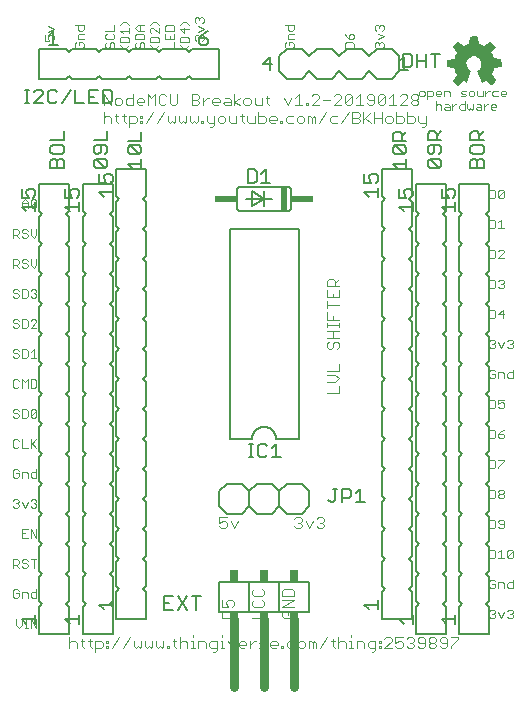
<source format=gbr>
G04 EAGLE Gerber RS-274X export*
G75*
%MOMM*%
%FSLAX34Y34*%
%LPD*%
%INSilkscreen Top*%
%IPPOS*%
%AMOC8*
5,1,8,0,0,1.08239X$1,22.5*%
G01*
%ADD10C,0.076200*%
%ADD11C,0.152400*%
%ADD12C,0.127000*%
%ADD13C,0.762000*%
%ADD14R,0.762000X0.508000*%
%ADD15R,0.762000X1.016000*%
%ADD16R,0.508000X2.032000*%
%ADD17R,1.905000X0.508000*%
%ADD18C,0.050800*%

G36*
X544719Y591069D02*
X544719Y591069D01*
X544772Y591068D01*
X544795Y591079D01*
X544806Y591081D01*
X544816Y591089D01*
X544846Y591103D01*
X549927Y594573D01*
X552714Y593119D01*
X552747Y593113D01*
X552777Y593097D01*
X552815Y593099D01*
X552852Y593092D01*
X552884Y593104D01*
X552917Y593106D01*
X552948Y593128D01*
X552984Y593142D01*
X553004Y593169D01*
X553031Y593189D01*
X553064Y593250D01*
X553068Y593255D01*
X553068Y593257D01*
X553070Y593260D01*
X556626Y603420D01*
X556630Y603490D01*
X556634Y603560D01*
X556634Y603561D01*
X556600Y603621D01*
X556566Y603683D01*
X556565Y603684D01*
X556563Y603685D01*
X556500Y603730D01*
X555262Y604350D01*
X554207Y605203D01*
X554048Y605401D01*
X553358Y606262D01*
X552756Y607478D01*
X552429Y608795D01*
X552391Y610152D01*
X552644Y611485D01*
X553177Y612733D01*
X553965Y613838D01*
X554971Y614749D01*
X556149Y615423D01*
X557443Y615830D01*
X558796Y615949D01*
X560104Y615789D01*
X561352Y615365D01*
X562488Y614695D01*
X563464Y613807D01*
X564237Y612740D01*
X564777Y611537D01*
X565061Y610249D01*
X565075Y608931D01*
X564821Y607637D01*
X564308Y606422D01*
X563558Y605337D01*
X562603Y604428D01*
X561461Y603719D01*
X561418Y603672D01*
X561373Y603627D01*
X561371Y603620D01*
X561366Y603615D01*
X561355Y603552D01*
X561341Y603490D01*
X561343Y603481D01*
X561342Y603476D01*
X561346Y603466D01*
X561359Y603410D01*
X565296Y593504D01*
X565307Y593490D01*
X565311Y593473D01*
X565349Y593436D01*
X565382Y593393D01*
X565399Y593387D01*
X565412Y593375D01*
X565464Y593364D01*
X565515Y593345D01*
X565532Y593349D01*
X565549Y593345D01*
X565628Y593364D01*
X567152Y593999D01*
X567162Y594007D01*
X567195Y594022D01*
X568576Y594942D01*
X573514Y591486D01*
X573567Y591468D01*
X573617Y591443D01*
X573632Y591445D01*
X573647Y591440D01*
X573701Y591453D01*
X573757Y591459D01*
X573775Y591471D01*
X573784Y591473D01*
X573793Y591482D01*
X573826Y591502D01*
X574842Y592391D01*
X574845Y592396D01*
X574854Y592403D01*
X575743Y593292D01*
X575746Y593296D01*
X575753Y593303D01*
X576769Y594446D01*
X576772Y594451D01*
X576780Y594459D01*
X577669Y595602D01*
X577687Y595646D01*
X577712Y595687D01*
X577712Y595710D01*
X577721Y595732D01*
X577712Y595780D01*
X577712Y595828D01*
X577697Y595859D01*
X577695Y595871D01*
X577688Y595879D01*
X577677Y595901D01*
X574086Y601102D01*
X574894Y602487D01*
X574897Y602500D01*
X574915Y602535D01*
X575423Y604059D01*
X575424Y604066D01*
X575429Y604078D01*
X575897Y605951D01*
X581960Y607065D01*
X582016Y607093D01*
X582074Y607118D01*
X582079Y607124D01*
X582086Y607128D01*
X582119Y607182D01*
X582154Y607234D01*
X582156Y607244D01*
X582159Y607249D01*
X582158Y607260D01*
X582167Y607314D01*
X582167Y610235D01*
X582165Y610242D01*
X582166Y610258D01*
X582039Y611655D01*
X582039Y611656D01*
X582039Y611657D01*
X581912Y612927D01*
X581893Y612975D01*
X581882Y613024D01*
X581867Y613039D01*
X581860Y613058D01*
X581818Y613088D01*
X581782Y613124D01*
X581755Y613134D01*
X581745Y613140D01*
X581734Y613141D01*
X581706Y613151D01*
X575634Y614266D01*
X575171Y615770D01*
X575166Y615779D01*
X575160Y615801D01*
X574525Y617198D01*
X574519Y617204D01*
X574513Y617221D01*
X573628Y618738D01*
X573573Y618848D01*
X577040Y623676D01*
X577057Y623725D01*
X577082Y623771D01*
X577080Y623791D01*
X577087Y623809D01*
X577075Y623860D01*
X577072Y623911D01*
X577058Y623935D01*
X577056Y623947D01*
X577047Y623955D01*
X577032Y623982D01*
X576016Y625252D01*
X576008Y625257D01*
X575997Y625273D01*
X574727Y626543D01*
X574722Y626546D01*
X574715Y626555D01*
X573699Y627444D01*
X573691Y627447D01*
X573679Y627459D01*
X572790Y628094D01*
X572748Y628109D01*
X572711Y628132D01*
X572683Y628132D01*
X572657Y628141D01*
X572614Y628131D01*
X572570Y628130D01*
X572532Y628112D01*
X572520Y628109D01*
X572514Y628103D01*
X572497Y628095D01*
X567420Y624504D01*
X566416Y625061D01*
X566409Y625063D01*
X566396Y625071D01*
X564110Y626087D01*
X564097Y626089D01*
X564062Y626103D01*
X563083Y626321D01*
X561970Y632379D01*
X561946Y632426D01*
X561930Y632476D01*
X561915Y632488D01*
X561907Y632505D01*
X561862Y632532D01*
X561821Y632566D01*
X561796Y632572D01*
X561786Y632578D01*
X561774Y632577D01*
X561742Y632585D01*
X560218Y632712D01*
X560211Y632711D01*
X560197Y632713D01*
X557276Y632713D01*
X557268Y632711D01*
X557251Y632712D01*
X555981Y632585D01*
X555932Y632565D01*
X555880Y632553D01*
X555867Y632539D01*
X555850Y632533D01*
X555819Y632490D01*
X555782Y632452D01*
X555774Y632427D01*
X555768Y632418D01*
X555767Y632406D01*
X555756Y632375D01*
X554765Y626429D01*
X553005Y625842D01*
X553001Y625839D01*
X552991Y625837D01*
X551721Y625329D01*
X551713Y625323D01*
X551689Y625314D01*
X550053Y624379D01*
X545106Y627966D01*
X545058Y627983D01*
X545013Y628008D01*
X544993Y628007D01*
X544973Y628014D01*
X544923Y628003D01*
X544873Y628000D01*
X544847Y627986D01*
X544835Y627983D01*
X544827Y627975D01*
X544802Y627961D01*
X543659Y627072D01*
X543653Y627064D01*
X543635Y627051D01*
X542365Y625781D01*
X542362Y625777D01*
X542355Y625770D01*
X541343Y624633D01*
X540714Y624003D01*
X540684Y623948D01*
X540650Y623896D01*
X540650Y623887D01*
X540646Y623880D01*
X540650Y623817D01*
X540649Y623755D01*
X540654Y623745D01*
X540654Y623739D01*
X540661Y623730D01*
X540684Y623681D01*
X544148Y618608D01*
X543470Y617477D01*
X543468Y617469D01*
X543457Y617453D01*
X542695Y615802D01*
X542693Y615790D01*
X542681Y615763D01*
X542304Y614383D01*
X541985Y613638D01*
X535899Y612644D01*
X535840Y612616D01*
X535780Y612590D01*
X535777Y612586D01*
X535772Y612583D01*
X535737Y612528D01*
X535700Y612474D01*
X535699Y612467D01*
X535697Y612464D01*
X535697Y612455D01*
X535687Y612394D01*
X535687Y606806D01*
X535705Y606743D01*
X535721Y606680D01*
X535724Y606676D01*
X535726Y606671D01*
X535775Y606627D01*
X535822Y606582D01*
X535829Y606580D01*
X535831Y606577D01*
X535840Y606576D01*
X535899Y606556D01*
X541964Y605566D01*
X542428Y603942D01*
X542428Y603941D01*
X542428Y603939D01*
X542809Y602669D01*
X542816Y602659D01*
X542826Y602629D01*
X543334Y601613D01*
X543337Y601609D01*
X543341Y601598D01*
X544147Y600217D01*
X540561Y595271D01*
X540541Y595215D01*
X540516Y595162D01*
X540518Y595150D01*
X540513Y595138D01*
X540525Y595084D01*
X540525Y595080D01*
X540527Y595075D01*
X540533Y595022D01*
X540542Y595008D01*
X540544Y595000D01*
X540553Y594991D01*
X540577Y594954D01*
X541593Y593811D01*
X541597Y593808D01*
X541603Y593800D01*
X542492Y592911D01*
X542496Y592908D01*
X542503Y592901D01*
X543646Y591885D01*
X543647Y591884D01*
X543649Y591882D01*
X544538Y591120D01*
X544587Y591098D01*
X544631Y591069D01*
X544650Y591069D01*
X544666Y591061D01*
X544719Y591069D01*
G37*
D10*
X245103Y574421D02*
X245103Y583827D01*
X251373Y574421D01*
X251373Y583827D01*
X256026Y574421D02*
X259161Y574421D01*
X260729Y575989D01*
X260729Y579124D01*
X259161Y580692D01*
X256026Y580692D01*
X254458Y579124D01*
X254458Y575989D01*
X256026Y574421D01*
X270084Y574421D02*
X270084Y583827D01*
X270084Y574421D02*
X265381Y574421D01*
X263813Y575989D01*
X263813Y579124D01*
X265381Y580692D01*
X270084Y580692D01*
X274736Y574421D02*
X277871Y574421D01*
X274736Y574421D02*
X273168Y575989D01*
X273168Y579124D01*
X274736Y580692D01*
X277871Y580692D01*
X279439Y579124D01*
X279439Y577556D01*
X273168Y577556D01*
X282524Y574421D02*
X282524Y583827D01*
X285659Y580692D01*
X288794Y583827D01*
X288794Y574421D01*
X298149Y582259D02*
X296582Y583827D01*
X293446Y583827D01*
X291879Y582259D01*
X291879Y575989D01*
X293446Y574421D01*
X296582Y574421D01*
X298149Y575989D01*
X301234Y575989D02*
X301234Y583827D01*
X301234Y575989D02*
X302802Y574421D01*
X305937Y574421D01*
X307505Y575989D01*
X307505Y583827D01*
X319944Y583827D02*
X319944Y574421D01*
X319944Y583827D02*
X324647Y583827D01*
X326215Y582259D01*
X326215Y580692D01*
X324647Y579124D01*
X326215Y577556D01*
X326215Y575989D01*
X324647Y574421D01*
X319944Y574421D01*
X319944Y579124D02*
X324647Y579124D01*
X329299Y580692D02*
X329299Y574421D01*
X329299Y577556D02*
X332435Y580692D01*
X334002Y580692D01*
X338663Y574421D02*
X341798Y574421D01*
X338663Y574421D02*
X337095Y575989D01*
X337095Y579124D01*
X338663Y580692D01*
X341798Y580692D01*
X343366Y579124D01*
X343366Y577556D01*
X337095Y577556D01*
X348018Y580692D02*
X351154Y580692D01*
X352721Y579124D01*
X352721Y574421D01*
X348018Y574421D01*
X346451Y575989D01*
X348018Y577556D01*
X352721Y577556D01*
X355806Y574421D02*
X355806Y583827D01*
X355806Y577556D02*
X360509Y574421D01*
X355806Y577556D02*
X360509Y580692D01*
X365169Y574421D02*
X368305Y574421D01*
X369872Y575989D01*
X369872Y579124D01*
X368305Y580692D01*
X365169Y580692D01*
X363602Y579124D01*
X363602Y575989D01*
X365169Y574421D01*
X372957Y575989D02*
X372957Y580692D01*
X372957Y575989D02*
X374525Y574421D01*
X379228Y574421D01*
X379228Y580692D01*
X383880Y582259D02*
X383880Y575989D01*
X385447Y574421D01*
X385447Y580692D02*
X382312Y580692D01*
X397904Y580692D02*
X401039Y574421D01*
X404175Y580692D01*
X407259Y580692D02*
X410395Y583827D01*
X410395Y574421D01*
X413530Y574421D02*
X407259Y574421D01*
X416614Y574421D02*
X416614Y575989D01*
X418182Y575989D01*
X418182Y574421D01*
X416614Y574421D01*
X421292Y574421D02*
X427563Y574421D01*
X421292Y574421D02*
X427563Y580692D01*
X427563Y582259D01*
X425995Y583827D01*
X422860Y583827D01*
X421292Y582259D01*
X430647Y579124D02*
X436918Y579124D01*
X440002Y574421D02*
X446273Y574421D01*
X440002Y574421D02*
X446273Y580692D01*
X446273Y582259D01*
X444705Y583827D01*
X441570Y583827D01*
X440002Y582259D01*
X449358Y582259D02*
X449358Y575989D01*
X449358Y582259D02*
X450925Y583827D01*
X454061Y583827D01*
X455628Y582259D01*
X455628Y575989D01*
X454061Y574421D01*
X450925Y574421D01*
X449358Y575989D01*
X455628Y582259D01*
X458713Y580692D02*
X461848Y583827D01*
X461848Y574421D01*
X458713Y574421D02*
X464984Y574421D01*
X468068Y575989D02*
X469636Y574421D01*
X472771Y574421D01*
X474339Y575989D01*
X474339Y582259D01*
X472771Y583827D01*
X469636Y583827D01*
X468068Y582259D01*
X468068Y580692D01*
X469636Y579124D01*
X474339Y579124D01*
X477423Y575989D02*
X477423Y582259D01*
X478991Y583827D01*
X482126Y583827D01*
X483694Y582259D01*
X483694Y575989D01*
X482126Y574421D01*
X478991Y574421D01*
X477423Y575989D01*
X483694Y582259D01*
X486778Y580692D02*
X489914Y583827D01*
X489914Y574421D01*
X493049Y574421D02*
X486778Y574421D01*
X496134Y574421D02*
X502404Y574421D01*
X496134Y574421D02*
X502404Y580692D01*
X502404Y582259D01*
X500837Y583827D01*
X497701Y583827D01*
X496134Y582259D01*
X505489Y582259D02*
X507056Y583827D01*
X510192Y583827D01*
X511759Y582259D01*
X511759Y580692D01*
X510192Y579124D01*
X511759Y577556D01*
X511759Y575989D01*
X510192Y574421D01*
X507056Y574421D01*
X505489Y575989D01*
X505489Y577556D01*
X507056Y579124D01*
X505489Y580692D01*
X505489Y582259D01*
X507056Y579124D02*
X510192Y579124D01*
X245103Y568587D02*
X245103Y559181D01*
X245103Y563884D02*
X246670Y565452D01*
X249806Y565452D01*
X251373Y563884D01*
X251373Y559181D01*
X256026Y560749D02*
X256026Y567019D01*
X256026Y560749D02*
X257593Y559181D01*
X257593Y565452D02*
X254458Y565452D01*
X262262Y567019D02*
X262262Y560749D01*
X263830Y559181D01*
X263830Y565452D02*
X260695Y565452D01*
X266932Y565452D02*
X266932Y556046D01*
X266932Y565452D02*
X271635Y565452D01*
X273202Y563884D01*
X273202Y560749D01*
X271635Y559181D01*
X266932Y559181D01*
X276287Y565452D02*
X277854Y565452D01*
X277854Y563884D01*
X276287Y563884D01*
X276287Y565452D01*
X276287Y560749D02*
X277854Y560749D01*
X277854Y559181D01*
X276287Y559181D01*
X276287Y560749D01*
X280964Y559181D02*
X287235Y568587D01*
X296590Y568587D02*
X290319Y559181D01*
X299675Y560749D02*
X299675Y565452D01*
X299675Y560749D02*
X301242Y559181D01*
X302810Y560749D01*
X304378Y559181D01*
X305945Y560749D01*
X305945Y565452D01*
X309030Y565452D02*
X309030Y560749D01*
X310598Y559181D01*
X312165Y560749D01*
X313733Y559181D01*
X315301Y560749D01*
X315301Y565452D01*
X318385Y565452D02*
X318385Y560749D01*
X319953Y559181D01*
X321520Y560749D01*
X323088Y559181D01*
X324656Y560749D01*
X324656Y565452D01*
X327740Y560749D02*
X327740Y559181D01*
X327740Y560749D02*
X329308Y560749D01*
X329308Y559181D01*
X327740Y559181D01*
X332418Y560749D02*
X332418Y565452D01*
X332418Y560749D02*
X333985Y559181D01*
X338689Y559181D01*
X338689Y557613D02*
X338689Y565452D01*
X338689Y557613D02*
X337121Y556046D01*
X335553Y556046D01*
X343341Y559181D02*
X346476Y559181D01*
X348044Y560749D01*
X348044Y563884D01*
X346476Y565452D01*
X343341Y565452D01*
X341773Y563884D01*
X341773Y560749D01*
X343341Y559181D01*
X351128Y560749D02*
X351128Y565452D01*
X351128Y560749D02*
X352696Y559181D01*
X357399Y559181D01*
X357399Y565452D01*
X362051Y567019D02*
X362051Y560749D01*
X363619Y559181D01*
X363619Y565452D02*
X360483Y565452D01*
X366720Y565452D02*
X366720Y560749D01*
X368288Y559181D01*
X372991Y559181D01*
X372991Y565452D01*
X376075Y568587D02*
X376075Y559181D01*
X380778Y559181D01*
X382346Y560749D01*
X382346Y563884D01*
X380778Y565452D01*
X376075Y565452D01*
X386998Y559181D02*
X390134Y559181D01*
X386998Y559181D02*
X385431Y560749D01*
X385431Y563884D01*
X386998Y565452D01*
X390134Y565452D01*
X391701Y563884D01*
X391701Y562316D01*
X385431Y562316D01*
X394786Y560749D02*
X394786Y559181D01*
X394786Y560749D02*
X396353Y560749D01*
X396353Y559181D01*
X394786Y559181D01*
X401031Y565452D02*
X405734Y565452D01*
X401031Y565452D02*
X399463Y563884D01*
X399463Y560749D01*
X401031Y559181D01*
X405734Y559181D01*
X410386Y559181D02*
X413522Y559181D01*
X415089Y560749D01*
X415089Y563884D01*
X413522Y565452D01*
X410386Y565452D01*
X408819Y563884D01*
X408819Y560749D01*
X410386Y559181D01*
X418174Y559181D02*
X418174Y565452D01*
X419741Y565452D01*
X421309Y563884D01*
X421309Y559181D01*
X421309Y563884D02*
X422877Y565452D01*
X424444Y563884D01*
X424444Y559181D01*
X427529Y559181D02*
X433800Y568587D01*
X438452Y565452D02*
X443155Y565452D01*
X438452Y565452D02*
X436884Y563884D01*
X436884Y560749D01*
X438452Y559181D01*
X443155Y559181D01*
X446239Y559181D02*
X452510Y568587D01*
X455594Y568587D02*
X455594Y559181D01*
X455594Y568587D02*
X460297Y568587D01*
X461865Y567019D01*
X461865Y565452D01*
X460297Y563884D01*
X461865Y562316D01*
X461865Y560749D01*
X460297Y559181D01*
X455594Y559181D01*
X455594Y563884D02*
X460297Y563884D01*
X464950Y568587D02*
X464950Y559181D01*
X464950Y562316D02*
X471220Y568587D01*
X466517Y563884D02*
X471220Y559181D01*
X474305Y559181D02*
X474305Y568587D01*
X474305Y563884D02*
X480576Y563884D01*
X480576Y568587D02*
X480576Y559181D01*
X485228Y559181D02*
X488363Y559181D01*
X489931Y560749D01*
X489931Y563884D01*
X488363Y565452D01*
X485228Y565452D01*
X483660Y563884D01*
X483660Y560749D01*
X485228Y559181D01*
X493015Y559181D02*
X493015Y568587D01*
X493015Y559181D02*
X497718Y559181D01*
X499286Y560749D01*
X499286Y563884D01*
X497718Y565452D01*
X493015Y565452D01*
X502370Y568587D02*
X502370Y559181D01*
X507073Y559181D01*
X508641Y560749D01*
X508641Y563884D01*
X507073Y565452D01*
X502370Y565452D01*
X511726Y565452D02*
X511726Y560749D01*
X513293Y559181D01*
X517996Y559181D01*
X517996Y557613D02*
X517996Y565452D01*
X517996Y557613D02*
X516429Y556046D01*
X514861Y556046D01*
X377484Y140081D02*
X371213Y140081D01*
X377484Y140081D02*
X380619Y143216D01*
X377484Y146352D01*
X371213Y146352D01*
X371213Y154139D02*
X372781Y155707D01*
X371213Y154139D02*
X371213Y151004D01*
X372781Y149436D01*
X379051Y149436D01*
X380619Y151004D01*
X380619Y154139D01*
X379051Y155707D01*
X371213Y163494D02*
X372781Y165062D01*
X371213Y163494D02*
X371213Y160359D01*
X372781Y158791D01*
X379051Y158791D01*
X380619Y160359D01*
X380619Y163494D01*
X379051Y165062D01*
X398181Y146352D02*
X396613Y144784D01*
X396613Y141649D01*
X398181Y140081D01*
X404451Y140081D01*
X406019Y141649D01*
X406019Y144784D01*
X404451Y146352D01*
X401316Y146352D01*
X401316Y143216D01*
X406019Y149436D02*
X396613Y149436D01*
X406019Y155707D01*
X396613Y155707D01*
X396613Y158791D02*
X406019Y158791D01*
X406019Y163494D01*
X404451Y165062D01*
X398181Y165062D01*
X396613Y163494D01*
X396613Y158791D01*
X434713Y330581D02*
X444119Y330581D01*
X444119Y336852D01*
X440984Y339936D02*
X434713Y339936D01*
X440984Y339936D02*
X444119Y343072D01*
X440984Y346207D01*
X434713Y346207D01*
X434713Y349291D02*
X444119Y349291D01*
X444119Y355562D01*
X434713Y372705D02*
X436281Y374272D01*
X434713Y372705D02*
X434713Y369569D01*
X436281Y368002D01*
X437848Y368002D01*
X439416Y369569D01*
X439416Y372705D01*
X440984Y374272D01*
X442551Y374272D01*
X444119Y372705D01*
X444119Y369569D01*
X442551Y368002D01*
X444119Y377357D02*
X434713Y377357D01*
X439416Y377357D02*
X439416Y383628D01*
X434713Y383628D02*
X444119Y383628D01*
X444119Y386712D02*
X444119Y389847D01*
X444119Y388280D02*
X434713Y388280D01*
X434713Y389847D02*
X434713Y386712D01*
X434713Y392949D02*
X444119Y392949D01*
X434713Y392949D02*
X434713Y399220D01*
X439416Y396084D02*
X439416Y392949D01*
X444119Y405439D02*
X434713Y405439D01*
X434713Y402304D02*
X434713Y408575D01*
X434713Y411659D02*
X434713Y417930D01*
X434713Y411659D02*
X444119Y411659D01*
X444119Y417930D01*
X439416Y414795D02*
X439416Y411659D01*
X444119Y421014D02*
X434713Y421014D01*
X434713Y425717D01*
X436281Y427285D01*
X439416Y427285D01*
X440984Y425717D01*
X440984Y421014D01*
X440984Y424150D02*
X444119Y427285D01*
X216281Y124087D02*
X216281Y114681D01*
X216281Y119384D02*
X217849Y120952D01*
X220984Y120952D01*
X222552Y119384D01*
X222552Y114681D01*
X227204Y116249D02*
X227204Y122519D01*
X227204Y116249D02*
X228772Y114681D01*
X228772Y120952D02*
X225636Y120952D01*
X233441Y122519D02*
X233441Y116249D01*
X235008Y114681D01*
X235008Y120952D02*
X231873Y120952D01*
X238110Y120952D02*
X238110Y111546D01*
X238110Y120952D02*
X242813Y120952D01*
X244380Y119384D01*
X244380Y116249D01*
X242813Y114681D01*
X238110Y114681D01*
X247465Y120952D02*
X249033Y120952D01*
X249033Y119384D01*
X247465Y119384D01*
X247465Y120952D01*
X247465Y116249D02*
X249033Y116249D01*
X249033Y114681D01*
X247465Y114681D01*
X247465Y116249D01*
X252143Y114681D02*
X258413Y124087D01*
X267768Y124087D02*
X261498Y114681D01*
X270853Y116249D02*
X270853Y120952D01*
X270853Y116249D02*
X272421Y114681D01*
X273988Y116249D01*
X275556Y114681D01*
X277124Y116249D01*
X277124Y120952D01*
X280208Y120952D02*
X280208Y116249D01*
X281776Y114681D01*
X283343Y116249D01*
X284911Y114681D01*
X286479Y116249D01*
X286479Y120952D01*
X289563Y120952D02*
X289563Y116249D01*
X291131Y114681D01*
X292699Y116249D01*
X294266Y114681D01*
X295834Y116249D01*
X295834Y120952D01*
X298918Y116249D02*
X298918Y114681D01*
X298918Y116249D02*
X300486Y116249D01*
X300486Y114681D01*
X298918Y114681D01*
X305164Y116249D02*
X305164Y122519D01*
X305164Y116249D02*
X306731Y114681D01*
X306731Y120952D02*
X303596Y120952D01*
X309833Y124087D02*
X309833Y114681D01*
X309833Y119384D02*
X311401Y120952D01*
X314536Y120952D01*
X316104Y119384D01*
X316104Y114681D01*
X319188Y120952D02*
X320756Y120952D01*
X320756Y114681D01*
X322323Y114681D02*
X319188Y114681D01*
X320756Y124087D02*
X320756Y125655D01*
X325425Y120952D02*
X325425Y114681D01*
X325425Y120952D02*
X330128Y120952D01*
X331696Y119384D01*
X331696Y114681D01*
X337915Y111546D02*
X339483Y111546D01*
X341051Y113113D01*
X341051Y120952D01*
X336348Y120952D01*
X334780Y119384D01*
X334780Y116249D01*
X336348Y114681D01*
X341051Y114681D01*
X344135Y120952D02*
X345703Y120952D01*
X345703Y114681D01*
X344135Y114681D02*
X347271Y114681D01*
X345703Y124087D02*
X345703Y125655D01*
X350372Y120952D02*
X353507Y114681D01*
X356643Y120952D01*
X361295Y114681D02*
X364430Y114681D01*
X361295Y114681D02*
X359727Y116249D01*
X359727Y119384D01*
X361295Y120952D01*
X364430Y120952D01*
X365998Y119384D01*
X365998Y117816D01*
X359727Y117816D01*
X369082Y114681D02*
X369082Y120952D01*
X369082Y117816D02*
X372218Y120952D01*
X373785Y120952D01*
X376878Y114681D02*
X381581Y114681D01*
X383149Y116249D01*
X381581Y117816D01*
X378446Y117816D01*
X376878Y119384D01*
X378446Y120952D01*
X383149Y120952D01*
X387801Y114681D02*
X390937Y114681D01*
X387801Y114681D02*
X386234Y116249D01*
X386234Y119384D01*
X387801Y120952D01*
X390937Y120952D01*
X392504Y119384D01*
X392504Y117816D01*
X386234Y117816D01*
X395589Y116249D02*
X395589Y114681D01*
X395589Y116249D02*
X397156Y116249D01*
X397156Y114681D01*
X395589Y114681D01*
X401834Y120952D02*
X406537Y120952D01*
X401834Y120952D02*
X400266Y119384D01*
X400266Y116249D01*
X401834Y114681D01*
X406537Y114681D01*
X411189Y114681D02*
X414324Y114681D01*
X415892Y116249D01*
X415892Y119384D01*
X414324Y120952D01*
X411189Y120952D01*
X409621Y119384D01*
X409621Y116249D01*
X411189Y114681D01*
X418977Y114681D02*
X418977Y120952D01*
X420544Y120952D01*
X422112Y119384D01*
X422112Y114681D01*
X422112Y119384D02*
X423680Y120952D01*
X425247Y119384D01*
X425247Y114681D01*
X428332Y114681D02*
X434603Y124087D01*
X439255Y122519D02*
X439255Y116249D01*
X440822Y114681D01*
X440822Y120952D02*
X437687Y120952D01*
X443924Y124087D02*
X443924Y114681D01*
X443924Y119384D02*
X445491Y120952D01*
X448627Y120952D01*
X450195Y119384D01*
X450195Y114681D01*
X453279Y120952D02*
X454847Y120952D01*
X454847Y114681D01*
X456414Y114681D02*
X453279Y114681D01*
X454847Y124087D02*
X454847Y125655D01*
X459516Y120952D02*
X459516Y114681D01*
X459516Y120952D02*
X464219Y120952D01*
X465786Y119384D01*
X465786Y114681D01*
X472006Y111546D02*
X473574Y111546D01*
X475142Y113113D01*
X475142Y120952D01*
X470439Y120952D01*
X468871Y119384D01*
X468871Y116249D01*
X470439Y114681D01*
X475142Y114681D01*
X478226Y120952D02*
X479794Y120952D01*
X479794Y119384D01*
X478226Y119384D01*
X478226Y120952D01*
X478226Y116249D02*
X479794Y116249D01*
X479794Y114681D01*
X478226Y114681D01*
X478226Y116249D01*
X482904Y114681D02*
X489174Y114681D01*
X482904Y114681D02*
X489174Y120952D01*
X489174Y122519D01*
X487607Y124087D01*
X484471Y124087D01*
X482904Y122519D01*
X492259Y124087D02*
X498530Y124087D01*
X492259Y124087D02*
X492259Y119384D01*
X495394Y120952D01*
X496962Y120952D01*
X498530Y119384D01*
X498530Y116249D01*
X496962Y114681D01*
X493827Y114681D01*
X492259Y116249D01*
X501614Y122519D02*
X503182Y124087D01*
X506317Y124087D01*
X507885Y122519D01*
X507885Y120952D01*
X506317Y119384D01*
X504749Y119384D01*
X506317Y119384D02*
X507885Y117816D01*
X507885Y116249D01*
X506317Y114681D01*
X503182Y114681D01*
X501614Y116249D01*
X510969Y116249D02*
X512537Y114681D01*
X515672Y114681D01*
X517240Y116249D01*
X517240Y122519D01*
X515672Y124087D01*
X512537Y124087D01*
X510969Y122519D01*
X510969Y120952D01*
X512537Y119384D01*
X517240Y119384D01*
X520325Y122519D02*
X521892Y124087D01*
X525028Y124087D01*
X526595Y122519D01*
X526595Y120952D01*
X525028Y119384D01*
X526595Y117816D01*
X526595Y116249D01*
X525028Y114681D01*
X521892Y114681D01*
X520325Y116249D01*
X520325Y117816D01*
X521892Y119384D01*
X520325Y120952D01*
X520325Y122519D01*
X521892Y119384D02*
X525028Y119384D01*
X529680Y116249D02*
X531247Y114681D01*
X534383Y114681D01*
X535950Y116249D01*
X535950Y122519D01*
X534383Y124087D01*
X531247Y124087D01*
X529680Y122519D01*
X529680Y120952D01*
X531247Y119384D01*
X535950Y119384D01*
X539035Y124087D02*
X545306Y124087D01*
X545306Y122519D01*
X539035Y116249D01*
X539035Y114681D01*
X355219Y140081D02*
X345813Y140081D01*
X355219Y140081D02*
X355219Y144784D01*
X353651Y146352D01*
X347381Y146352D01*
X345813Y144784D01*
X345813Y140081D01*
X345813Y149436D02*
X345813Y155707D01*
X345813Y149436D02*
X350516Y149436D01*
X348948Y152572D01*
X348948Y154139D01*
X350516Y155707D01*
X353651Y155707D01*
X355219Y154139D01*
X355219Y151004D01*
X353651Y149436D01*
X349552Y225687D02*
X343281Y225687D01*
X343281Y220984D01*
X346416Y222552D01*
X347984Y222552D01*
X349552Y220984D01*
X349552Y217849D01*
X347984Y216281D01*
X344849Y216281D01*
X343281Y217849D01*
X352636Y222552D02*
X355772Y216281D01*
X358907Y222552D01*
X406781Y224119D02*
X408349Y225687D01*
X411484Y225687D01*
X413052Y224119D01*
X413052Y222552D01*
X411484Y220984D01*
X409916Y220984D01*
X411484Y220984D02*
X413052Y219416D01*
X413052Y217849D01*
X411484Y216281D01*
X408349Y216281D01*
X406781Y217849D01*
X416136Y222552D02*
X419272Y216281D01*
X422407Y222552D01*
X425491Y224119D02*
X427059Y225687D01*
X430194Y225687D01*
X431762Y224119D01*
X431762Y222552D01*
X430194Y220984D01*
X428627Y220984D01*
X430194Y220984D02*
X431762Y219416D01*
X431762Y217849D01*
X430194Y216281D01*
X427059Y216281D01*
X425491Y217849D01*
X398647Y626367D02*
X399875Y627596D01*
X398647Y626367D02*
X398647Y623910D01*
X399875Y622681D01*
X404790Y622681D01*
X406019Y623910D01*
X406019Y626367D01*
X404790Y627596D01*
X402333Y627596D01*
X402333Y625138D01*
X401104Y630165D02*
X406019Y630165D01*
X401104Y630165D02*
X401104Y633851D01*
X402333Y635080D01*
X406019Y635080D01*
X406019Y642564D02*
X398647Y642564D01*
X406019Y642564D02*
X406019Y638878D01*
X404790Y637649D01*
X402333Y637649D01*
X401104Y638878D01*
X401104Y642564D01*
X222075Y627596D02*
X220847Y626367D01*
X220847Y623910D01*
X222075Y622681D01*
X226990Y622681D01*
X228219Y623910D01*
X228219Y626367D01*
X226990Y627596D01*
X224533Y627596D01*
X224533Y625138D01*
X223304Y630165D02*
X228219Y630165D01*
X223304Y630165D02*
X223304Y633851D01*
X224533Y635080D01*
X228219Y635080D01*
X228219Y642564D02*
X220847Y642564D01*
X228219Y642564D02*
X228219Y638878D01*
X226990Y637649D01*
X224533Y637649D01*
X223304Y638878D01*
X223304Y642564D01*
X474847Y623910D02*
X476075Y622681D01*
X474847Y623910D02*
X474847Y626367D01*
X476075Y627596D01*
X477304Y627596D01*
X478533Y626367D01*
X478533Y625138D01*
X478533Y626367D02*
X479762Y627596D01*
X480990Y627596D01*
X482219Y626367D01*
X482219Y623910D01*
X480990Y622681D01*
X477304Y630165D02*
X482219Y632623D01*
X477304Y635080D01*
X476075Y637649D02*
X474847Y638878D01*
X474847Y641335D01*
X476075Y642564D01*
X477304Y642564D01*
X478533Y641335D01*
X478533Y640107D01*
X478533Y641335D02*
X479762Y642564D01*
X480990Y642564D01*
X482219Y641335D01*
X482219Y638878D01*
X480990Y637649D01*
X456819Y622681D02*
X449447Y622681D01*
X456819Y622681D02*
X456819Y626367D01*
X455590Y627596D01*
X450675Y627596D01*
X449447Y626367D01*
X449447Y622681D01*
X450675Y632623D02*
X449447Y635080D01*
X450675Y632623D02*
X453133Y630165D01*
X455590Y630165D01*
X456819Y631394D01*
X456819Y633851D01*
X455590Y635080D01*
X454362Y635080D01*
X453133Y633851D01*
X453133Y630165D01*
X175913Y492468D02*
X175913Y487553D01*
X175913Y492468D02*
X178370Y494925D01*
X180828Y492468D01*
X180828Y487553D01*
X180828Y491239D02*
X175913Y491239D01*
X183397Y488782D02*
X183397Y493697D01*
X184626Y494925D01*
X187083Y494925D01*
X188312Y493697D01*
X188312Y488782D01*
X187083Y487553D01*
X184626Y487553D01*
X183397Y488782D01*
X188312Y493697D01*
X168429Y469525D02*
X168429Y462153D01*
X168429Y469525D02*
X172115Y469525D01*
X173343Y468297D01*
X173343Y465839D01*
X172115Y464610D01*
X168429Y464610D01*
X170886Y464610D02*
X173343Y462153D01*
X179599Y469525D02*
X180828Y468297D01*
X179599Y469525D02*
X177141Y469525D01*
X175913Y468297D01*
X175913Y467068D01*
X177141Y465839D01*
X179599Y465839D01*
X180828Y464610D01*
X180828Y463382D01*
X179599Y462153D01*
X177141Y462153D01*
X175913Y463382D01*
X183397Y464610D02*
X183397Y469525D01*
X183397Y464610D02*
X185854Y462153D01*
X188312Y464610D01*
X188312Y469525D01*
X172115Y418725D02*
X173343Y417497D01*
X172115Y418725D02*
X169657Y418725D01*
X168429Y417497D01*
X168429Y416268D01*
X169657Y415039D01*
X172115Y415039D01*
X173343Y413810D01*
X173343Y412582D01*
X172115Y411353D01*
X169657Y411353D01*
X168429Y412582D01*
X175913Y411353D02*
X175913Y418725D01*
X175913Y411353D02*
X179599Y411353D01*
X180828Y412582D01*
X180828Y417497D01*
X179599Y418725D01*
X175913Y418725D01*
X183397Y417497D02*
X184626Y418725D01*
X187083Y418725D01*
X188312Y417497D01*
X188312Y416268D01*
X187083Y415039D01*
X185854Y415039D01*
X187083Y415039D02*
X188312Y413810D01*
X188312Y412582D01*
X187083Y411353D01*
X184626Y411353D01*
X183397Y412582D01*
X172115Y393325D02*
X173343Y392097D01*
X172115Y393325D02*
X169657Y393325D01*
X168429Y392097D01*
X168429Y390868D01*
X169657Y389639D01*
X172115Y389639D01*
X173343Y388410D01*
X173343Y387182D01*
X172115Y385953D01*
X169657Y385953D01*
X168429Y387182D01*
X175913Y385953D02*
X175913Y393325D01*
X175913Y385953D02*
X179599Y385953D01*
X180828Y387182D01*
X180828Y392097D01*
X179599Y393325D01*
X175913Y393325D01*
X183397Y385953D02*
X188312Y385953D01*
X183397Y385953D02*
X188312Y390868D01*
X188312Y392097D01*
X187083Y393325D01*
X184626Y393325D01*
X183397Y392097D01*
X172115Y367925D02*
X173343Y366697D01*
X172115Y367925D02*
X169657Y367925D01*
X168429Y366697D01*
X168429Y365468D01*
X169657Y364239D01*
X172115Y364239D01*
X173343Y363010D01*
X173343Y361782D01*
X172115Y360553D01*
X169657Y360553D01*
X168429Y361782D01*
X175913Y360553D02*
X175913Y367925D01*
X175913Y360553D02*
X179599Y360553D01*
X180828Y361782D01*
X180828Y366697D01*
X179599Y367925D01*
X175913Y367925D01*
X183397Y365468D02*
X185854Y367925D01*
X185854Y360553D01*
X183397Y360553D02*
X188312Y360553D01*
X172115Y342525D02*
X173343Y341297D01*
X172115Y342525D02*
X169657Y342525D01*
X168429Y341297D01*
X168429Y336382D01*
X169657Y335153D01*
X172115Y335153D01*
X173343Y336382D01*
X175913Y335153D02*
X175913Y342525D01*
X178370Y340068D01*
X180828Y342525D01*
X180828Y335153D01*
X183397Y335153D02*
X183397Y342525D01*
X183397Y335153D02*
X187083Y335153D01*
X188312Y336382D01*
X188312Y341297D01*
X187083Y342525D01*
X183397Y342525D01*
X172115Y317125D02*
X173343Y315897D01*
X172115Y317125D02*
X169657Y317125D01*
X168429Y315897D01*
X168429Y314668D01*
X169657Y313439D01*
X172115Y313439D01*
X173343Y312210D01*
X173343Y310982D01*
X172115Y309753D01*
X169657Y309753D01*
X168429Y310982D01*
X175913Y309753D02*
X175913Y317125D01*
X175913Y309753D02*
X179599Y309753D01*
X180828Y310982D01*
X180828Y315897D01*
X179599Y317125D01*
X175913Y317125D01*
X183397Y315897D02*
X183397Y310982D01*
X183397Y315897D02*
X184626Y317125D01*
X187083Y317125D01*
X188312Y315897D01*
X188312Y310982D01*
X187083Y309753D01*
X184626Y309753D01*
X183397Y310982D01*
X188312Y315897D01*
X172115Y291725D02*
X173343Y290497D01*
X172115Y291725D02*
X169657Y291725D01*
X168429Y290497D01*
X168429Y285582D01*
X169657Y284353D01*
X172115Y284353D01*
X173343Y285582D01*
X175913Y284353D02*
X175913Y291725D01*
X175913Y284353D02*
X180828Y284353D01*
X183397Y284353D02*
X183397Y291725D01*
X183397Y286810D02*
X188312Y291725D01*
X184626Y288039D02*
X188312Y284353D01*
X172115Y266325D02*
X173343Y265097D01*
X172115Y266325D02*
X169657Y266325D01*
X168429Y265097D01*
X168429Y260182D01*
X169657Y258953D01*
X172115Y258953D01*
X173343Y260182D01*
X173343Y262639D01*
X170886Y262639D01*
X175913Y263868D02*
X175913Y258953D01*
X175913Y263868D02*
X179599Y263868D01*
X180828Y262639D01*
X180828Y258953D01*
X188312Y258953D02*
X188312Y266325D01*
X188312Y258953D02*
X184626Y258953D01*
X183397Y260182D01*
X183397Y262639D01*
X184626Y263868D01*
X188312Y263868D01*
X169657Y240925D02*
X168429Y239697D01*
X169657Y240925D02*
X172115Y240925D01*
X173343Y239697D01*
X173343Y238468D01*
X172115Y237239D01*
X170886Y237239D01*
X172115Y237239D02*
X173343Y236010D01*
X173343Y234782D01*
X172115Y233553D01*
X169657Y233553D01*
X168429Y234782D01*
X175913Y238468D02*
X178370Y233553D01*
X180828Y238468D01*
X183397Y239697D02*
X184626Y240925D01*
X187083Y240925D01*
X188312Y239697D01*
X188312Y238468D01*
X187083Y237239D01*
X185854Y237239D01*
X187083Y237239D02*
X188312Y236010D01*
X188312Y234782D01*
X187083Y233553D01*
X184626Y233553D01*
X183397Y234782D01*
X180828Y215525D02*
X175913Y215525D01*
X175913Y208153D01*
X180828Y208153D01*
X178370Y211839D02*
X175913Y211839D01*
X183397Y208153D02*
X183397Y215525D01*
X188312Y208153D01*
X188312Y215525D01*
X168429Y190125D02*
X168429Y182753D01*
X168429Y190125D02*
X172115Y190125D01*
X173343Y188897D01*
X173343Y186439D01*
X172115Y185210D01*
X168429Y185210D01*
X170886Y185210D02*
X173343Y182753D01*
X179599Y190125D02*
X180828Y188897D01*
X179599Y190125D02*
X177141Y190125D01*
X175913Y188897D01*
X175913Y187668D01*
X177141Y186439D01*
X179599Y186439D01*
X180828Y185210D01*
X180828Y183982D01*
X179599Y182753D01*
X177141Y182753D01*
X175913Y183982D01*
X185854Y182753D02*
X185854Y190125D01*
X183397Y190125D02*
X188312Y190125D01*
X172115Y164725D02*
X173343Y163497D01*
X172115Y164725D02*
X169657Y164725D01*
X168429Y163497D01*
X168429Y158582D01*
X169657Y157353D01*
X172115Y157353D01*
X173343Y158582D01*
X173343Y161039D01*
X170886Y161039D01*
X175913Y162268D02*
X175913Y157353D01*
X175913Y162268D02*
X179599Y162268D01*
X180828Y161039D01*
X180828Y157353D01*
X188312Y157353D02*
X188312Y164725D01*
X188312Y157353D02*
X184626Y157353D01*
X183397Y158582D01*
X183397Y161039D01*
X184626Y162268D01*
X188312Y162268D01*
X170923Y139325D02*
X170923Y134410D01*
X173381Y131953D01*
X175838Y134410D01*
X175838Y139325D01*
X178407Y131953D02*
X180865Y131953D01*
X179636Y131953D02*
X179636Y139325D01*
X178407Y139325D02*
X180865Y139325D01*
X183397Y139325D02*
X183397Y131953D01*
X188312Y131953D02*
X183397Y139325D01*
X188312Y139325D02*
X188312Y131953D01*
X168429Y462153D02*
X168429Y469525D01*
X172115Y469525D01*
X173343Y468297D01*
X173343Y465839D01*
X172115Y464610D01*
X168429Y464610D01*
X170886Y464610D02*
X173343Y462153D01*
X179599Y469525D02*
X180828Y468297D01*
X179599Y469525D02*
X177141Y469525D01*
X175913Y468297D01*
X175913Y467068D01*
X177141Y465839D01*
X179599Y465839D01*
X180828Y464610D01*
X180828Y463382D01*
X179599Y462153D01*
X177141Y462153D01*
X175913Y463382D01*
X183397Y464610D02*
X183397Y469525D01*
X183397Y464610D02*
X185854Y462153D01*
X188312Y464610D01*
X188312Y469525D01*
X168429Y444125D02*
X168429Y436753D01*
X168429Y444125D02*
X172115Y444125D01*
X173343Y442897D01*
X173343Y440439D01*
X172115Y439210D01*
X168429Y439210D01*
X170886Y439210D02*
X173343Y436753D01*
X179599Y444125D02*
X180828Y442897D01*
X179599Y444125D02*
X177141Y444125D01*
X175913Y442897D01*
X175913Y441668D01*
X177141Y440439D01*
X179599Y440439D01*
X180828Y439210D01*
X180828Y437982D01*
X179599Y436753D01*
X177141Y436753D01*
X175913Y437982D01*
X183397Y439210D02*
X183397Y444125D01*
X183397Y439210D02*
X185854Y436753D01*
X188312Y439210D01*
X188312Y444125D01*
X571881Y146225D02*
X573110Y147453D01*
X575567Y147453D01*
X576796Y146225D01*
X576796Y144996D01*
X575567Y143767D01*
X574338Y143767D01*
X575567Y143767D02*
X576796Y142538D01*
X576796Y141310D01*
X575567Y140081D01*
X573110Y140081D01*
X571881Y141310D01*
X579365Y144996D02*
X581823Y140081D01*
X584280Y144996D01*
X586849Y146225D02*
X588078Y147453D01*
X590535Y147453D01*
X591764Y146225D01*
X591764Y144996D01*
X590535Y143767D01*
X589307Y143767D01*
X590535Y143767D02*
X591764Y142538D01*
X591764Y141310D01*
X590535Y140081D01*
X588078Y140081D01*
X586849Y141310D01*
X576796Y171625D02*
X575567Y172853D01*
X573110Y172853D01*
X571881Y171625D01*
X571881Y166710D01*
X573110Y165481D01*
X575567Y165481D01*
X576796Y166710D01*
X576796Y169167D01*
X574338Y169167D01*
X579365Y170396D02*
X579365Y165481D01*
X579365Y170396D02*
X583051Y170396D01*
X584280Y169167D01*
X584280Y165481D01*
X591764Y165481D02*
X591764Y172853D01*
X591764Y165481D02*
X588078Y165481D01*
X586849Y166710D01*
X586849Y169167D01*
X588078Y170396D01*
X591764Y170396D01*
X571881Y190881D02*
X571881Y198253D01*
X571881Y190881D02*
X575567Y190881D01*
X576796Y192110D01*
X576796Y197025D01*
X575567Y198253D01*
X571881Y198253D01*
X579365Y195796D02*
X581823Y198253D01*
X581823Y190881D01*
X584280Y190881D02*
X579365Y190881D01*
X586849Y192110D02*
X586849Y197025D01*
X588078Y198253D01*
X590535Y198253D01*
X591764Y197025D01*
X591764Y192110D01*
X590535Y190881D01*
X588078Y190881D01*
X586849Y192110D01*
X591764Y197025D01*
X571881Y216281D02*
X571881Y223653D01*
X571881Y216281D02*
X575567Y216281D01*
X576796Y217510D01*
X576796Y222425D01*
X575567Y223653D01*
X571881Y223653D01*
X579365Y217510D02*
X580594Y216281D01*
X583051Y216281D01*
X584280Y217510D01*
X584280Y222425D01*
X583051Y223653D01*
X580594Y223653D01*
X579365Y222425D01*
X579365Y221196D01*
X580594Y219967D01*
X584280Y219967D01*
X571881Y241681D02*
X571881Y249053D01*
X571881Y241681D02*
X575567Y241681D01*
X576796Y242910D01*
X576796Y247825D01*
X575567Y249053D01*
X571881Y249053D01*
X579365Y247825D02*
X580594Y249053D01*
X583051Y249053D01*
X584280Y247825D01*
X584280Y246596D01*
X583051Y245367D01*
X584280Y244138D01*
X584280Y242910D01*
X583051Y241681D01*
X580594Y241681D01*
X579365Y242910D01*
X579365Y244138D01*
X580594Y245367D01*
X579365Y246596D01*
X579365Y247825D01*
X580594Y245367D02*
X583051Y245367D01*
X571881Y267081D02*
X571881Y274453D01*
X571881Y267081D02*
X575567Y267081D01*
X576796Y268310D01*
X576796Y273225D01*
X575567Y274453D01*
X571881Y274453D01*
X579365Y274453D02*
X584280Y274453D01*
X584280Y273225D01*
X579365Y268310D01*
X579365Y267081D01*
X571881Y292481D02*
X571881Y299853D01*
X571881Y292481D02*
X575567Y292481D01*
X576796Y293710D01*
X576796Y298625D01*
X575567Y299853D01*
X571881Y299853D01*
X581823Y298625D02*
X584280Y299853D01*
X581823Y298625D02*
X579365Y296167D01*
X579365Y293710D01*
X580594Y292481D01*
X583051Y292481D01*
X584280Y293710D01*
X584280Y294938D01*
X583051Y296167D01*
X579365Y296167D01*
X571881Y317881D02*
X571881Y325253D01*
X571881Y317881D02*
X575567Y317881D01*
X576796Y319110D01*
X576796Y324025D01*
X575567Y325253D01*
X571881Y325253D01*
X579365Y325253D02*
X584280Y325253D01*
X579365Y325253D02*
X579365Y321567D01*
X581823Y322796D01*
X583051Y322796D01*
X584280Y321567D01*
X584280Y319110D01*
X583051Y317881D01*
X580594Y317881D01*
X579365Y319110D01*
X576796Y349425D02*
X575567Y350653D01*
X573110Y350653D01*
X571881Y349425D01*
X571881Y344510D01*
X573110Y343281D01*
X575567Y343281D01*
X576796Y344510D01*
X576796Y346967D01*
X574338Y346967D01*
X579365Y348196D02*
X579365Y343281D01*
X579365Y348196D02*
X583051Y348196D01*
X584280Y346967D01*
X584280Y343281D01*
X591764Y343281D02*
X591764Y350653D01*
X591764Y343281D02*
X588078Y343281D01*
X586849Y344510D01*
X586849Y346967D01*
X588078Y348196D01*
X591764Y348196D01*
X571881Y374825D02*
X573110Y376053D01*
X575567Y376053D01*
X576796Y374825D01*
X576796Y373596D01*
X575567Y372367D01*
X574338Y372367D01*
X575567Y372367D02*
X576796Y371138D01*
X576796Y369910D01*
X575567Y368681D01*
X573110Y368681D01*
X571881Y369910D01*
X579365Y373596D02*
X581823Y368681D01*
X584280Y373596D01*
X586849Y374825D02*
X588078Y376053D01*
X590535Y376053D01*
X591764Y374825D01*
X591764Y373596D01*
X590535Y372367D01*
X589307Y372367D01*
X590535Y372367D02*
X591764Y371138D01*
X591764Y369910D01*
X590535Y368681D01*
X588078Y368681D01*
X586849Y369910D01*
X571881Y394081D02*
X571881Y401453D01*
X571881Y394081D02*
X575567Y394081D01*
X576796Y395310D01*
X576796Y400225D01*
X575567Y401453D01*
X571881Y401453D01*
X583051Y401453D02*
X583051Y394081D01*
X579365Y397767D02*
X583051Y401453D01*
X584280Y397767D02*
X579365Y397767D01*
X571881Y419481D02*
X571881Y426853D01*
X571881Y419481D02*
X575567Y419481D01*
X576796Y420710D01*
X576796Y425625D01*
X575567Y426853D01*
X571881Y426853D01*
X579365Y425625D02*
X580594Y426853D01*
X583051Y426853D01*
X584280Y425625D01*
X584280Y424396D01*
X583051Y423167D01*
X581823Y423167D01*
X583051Y423167D02*
X584280Y421938D01*
X584280Y420710D01*
X583051Y419481D01*
X580594Y419481D01*
X579365Y420710D01*
X571881Y444881D02*
X571881Y452253D01*
X571881Y444881D02*
X575567Y444881D01*
X576796Y446110D01*
X576796Y451025D01*
X575567Y452253D01*
X571881Y452253D01*
X579365Y444881D02*
X584280Y444881D01*
X579365Y444881D02*
X584280Y449796D01*
X584280Y451025D01*
X583051Y452253D01*
X580594Y452253D01*
X579365Y451025D01*
X571881Y470281D02*
X571881Y477653D01*
X571881Y470281D02*
X575567Y470281D01*
X576796Y471510D01*
X576796Y476425D01*
X575567Y477653D01*
X571881Y477653D01*
X579365Y475196D02*
X581823Y477653D01*
X581823Y470281D01*
X584280Y470281D02*
X579365Y470281D01*
X571881Y495681D02*
X571881Y503053D01*
X571881Y495681D02*
X575567Y495681D01*
X576796Y496910D01*
X576796Y501825D01*
X575567Y503053D01*
X571881Y503053D01*
X579365Y501825D02*
X579365Y496910D01*
X579365Y501825D02*
X580594Y503053D01*
X583051Y503053D01*
X584280Y501825D01*
X584280Y496910D01*
X583051Y495681D01*
X580594Y495681D01*
X579365Y496910D01*
X584280Y501825D01*
X247983Y627596D02*
X246755Y626367D01*
X246755Y623910D01*
X247983Y622681D01*
X249212Y622681D01*
X250441Y623910D01*
X250441Y626367D01*
X251670Y627596D01*
X252898Y627596D01*
X254127Y626367D01*
X254127Y623910D01*
X252898Y622681D01*
X246755Y633851D02*
X247983Y635080D01*
X246755Y633851D02*
X246755Y631394D01*
X247983Y630165D01*
X252898Y630165D01*
X254127Y631394D01*
X254127Y633851D01*
X252898Y635080D01*
X254127Y637649D02*
X246755Y637649D01*
X254127Y637649D02*
X254127Y642564D01*
X266319Y625138D02*
X263862Y622681D01*
X261404Y622681D01*
X258947Y625138D01*
X258947Y627670D02*
X266319Y627670D01*
X266319Y631357D01*
X265090Y632585D01*
X260175Y632585D01*
X258947Y631357D01*
X258947Y627670D01*
X261404Y635155D02*
X258947Y637612D01*
X266319Y637612D01*
X266319Y635155D02*
X266319Y640069D01*
X266319Y642639D02*
X263862Y645096D01*
X261404Y645096D01*
X258947Y642639D01*
X273383Y627596D02*
X272155Y626367D01*
X272155Y623910D01*
X273383Y622681D01*
X274612Y622681D01*
X275841Y623910D01*
X275841Y626367D01*
X277070Y627596D01*
X278298Y627596D01*
X279527Y626367D01*
X279527Y623910D01*
X278298Y622681D01*
X279527Y630165D02*
X272155Y630165D01*
X279527Y630165D02*
X279527Y633851D01*
X278298Y635080D01*
X273383Y635080D01*
X272155Y633851D01*
X272155Y630165D01*
X274612Y637649D02*
X279527Y637649D01*
X274612Y637649D02*
X272155Y640107D01*
X274612Y642564D01*
X279527Y642564D01*
X275841Y642564D02*
X275841Y637649D01*
X289262Y622681D02*
X291719Y625138D01*
X289262Y622681D02*
X286804Y622681D01*
X284347Y625138D01*
X284347Y627670D02*
X291719Y627670D01*
X291719Y631357D01*
X290490Y632585D01*
X285575Y632585D01*
X284347Y631357D01*
X284347Y627670D01*
X291719Y635155D02*
X291719Y640069D01*
X291719Y635155D02*
X286804Y640069D01*
X285575Y640069D01*
X284347Y638841D01*
X284347Y636383D01*
X285575Y635155D01*
X291719Y642639D02*
X289262Y645096D01*
X286804Y645096D01*
X284347Y642639D01*
X297555Y622681D02*
X304927Y622681D01*
X304927Y627596D01*
X297555Y630165D02*
X297555Y635080D01*
X297555Y630165D02*
X304927Y630165D01*
X304927Y635080D01*
X301241Y632623D02*
X301241Y630165D01*
X297555Y637649D02*
X304927Y637649D01*
X304927Y641335D01*
X303698Y642564D01*
X298783Y642564D01*
X297555Y641335D01*
X297555Y637649D01*
X314662Y622681D02*
X317119Y625138D01*
X314662Y622681D02*
X312204Y622681D01*
X309747Y625138D01*
X309747Y627670D02*
X317119Y627670D01*
X317119Y631357D01*
X315890Y632585D01*
X310975Y632585D01*
X309747Y631357D01*
X309747Y627670D01*
X309747Y638841D02*
X317119Y638841D01*
X313433Y635155D02*
X309747Y638841D01*
X313433Y640069D02*
X313433Y635155D01*
X317119Y642639D02*
X314662Y645096D01*
X312204Y645096D01*
X309747Y642639D01*
X474847Y623910D02*
X476075Y622681D01*
X474847Y623910D02*
X474847Y626367D01*
X476075Y627596D01*
X477304Y627596D01*
X478533Y626367D01*
X478533Y625138D01*
X478533Y626367D02*
X479762Y627596D01*
X480990Y627596D01*
X482219Y626367D01*
X482219Y623910D01*
X480990Y622681D01*
X477304Y630165D02*
X482219Y632623D01*
X477304Y635080D01*
X476075Y637649D02*
X474847Y638878D01*
X474847Y641335D01*
X476075Y642564D01*
X477304Y642564D01*
X478533Y641335D01*
X478533Y640107D01*
X478533Y641335D02*
X479762Y642564D01*
X480990Y642564D01*
X482219Y641335D01*
X482219Y638878D01*
X480990Y637649D01*
X195447Y633946D02*
X195447Y629031D01*
X199133Y629031D01*
X197904Y631488D01*
X197904Y632717D01*
X199133Y633946D01*
X201590Y633946D01*
X202819Y632717D01*
X202819Y630260D01*
X201590Y629031D01*
X197904Y636515D02*
X202819Y638973D01*
X197904Y641430D01*
X322447Y630260D02*
X323675Y629031D01*
X322447Y630260D02*
X322447Y632717D01*
X323675Y633946D01*
X324904Y633946D01*
X326133Y632717D01*
X326133Y631488D01*
X326133Y632717D02*
X327362Y633946D01*
X328590Y633946D01*
X329819Y632717D01*
X329819Y630260D01*
X328590Y629031D01*
X324904Y636515D02*
X329819Y638973D01*
X324904Y641430D01*
X323675Y643999D02*
X322447Y645228D01*
X322447Y647685D01*
X323675Y648914D01*
X324904Y648914D01*
X326133Y647685D01*
X326133Y646457D01*
X326133Y647685D02*
X327362Y648914D01*
X328590Y648914D01*
X329819Y647685D01*
X329819Y645228D01*
X328590Y643999D01*
D11*
X480600Y139500D02*
X506000Y139500D01*
X506000Y162360D01*
X503460Y164900D01*
X506000Y167440D01*
X506000Y187760D01*
X503460Y190300D01*
X506000Y192840D01*
X506000Y213160D01*
X503460Y215700D01*
X506000Y218240D01*
X506000Y238560D01*
X503460Y241100D01*
X506000Y243640D01*
X483140Y241100D02*
X480600Y243640D01*
X483140Y241100D02*
X480600Y238560D01*
X480600Y218240D01*
X483140Y215700D01*
X480600Y213160D01*
X480600Y192840D01*
X483140Y190300D01*
X480600Y187760D01*
X480600Y167440D01*
X483140Y164900D01*
X480600Y162360D01*
X480600Y139500D01*
X506000Y243640D02*
X506000Y263960D01*
X503460Y266500D01*
X506000Y269040D01*
X506000Y289360D01*
X503460Y291900D01*
X506000Y294440D01*
X483140Y291900D02*
X480600Y294440D01*
X483140Y291900D02*
X480600Y289360D01*
X480600Y269040D01*
X483140Y266500D01*
X480600Y263960D01*
X480600Y243640D01*
X480600Y497640D02*
X480600Y520500D01*
X480600Y492560D02*
X480600Y472240D01*
X480600Y467160D02*
X480600Y446840D01*
X480600Y441760D02*
X480600Y421440D01*
X480600Y416360D02*
X480600Y396040D01*
X480600Y390960D02*
X480600Y370640D01*
X480600Y365560D02*
X480600Y345240D01*
X480600Y340160D02*
X480600Y319840D01*
X480600Y520500D02*
X506000Y520500D01*
X506000Y340160D02*
X506000Y319840D01*
X506000Y345240D02*
X506000Y365560D01*
X506000Y370640D02*
X506000Y390960D01*
X506000Y396040D02*
X506000Y416360D01*
X506000Y421440D02*
X506000Y441760D01*
X506000Y446840D02*
X506000Y467160D01*
X506000Y472240D02*
X506000Y492560D01*
X506000Y497640D02*
X506000Y520500D01*
X483140Y317300D02*
X480600Y314760D01*
X483140Y317300D02*
X480600Y319840D01*
X480600Y314760D02*
X480600Y294440D01*
X503460Y317300D02*
X506000Y319840D01*
X503460Y317300D02*
X506000Y314760D01*
X506000Y294440D01*
X483140Y342700D02*
X480600Y345240D01*
X483140Y342700D02*
X480600Y340160D01*
X503460Y342700D02*
X506000Y345240D01*
X503460Y342700D02*
X506000Y340160D01*
X503460Y368100D02*
X506000Y370640D01*
X503460Y368100D02*
X506000Y365560D01*
X483140Y368100D02*
X480600Y370640D01*
X483140Y368100D02*
X480600Y365560D01*
X483140Y393500D02*
X480600Y396040D01*
X483140Y393500D02*
X480600Y390960D01*
X483140Y418900D02*
X480600Y421440D01*
X483140Y418900D02*
X480600Y416360D01*
X503460Y393500D02*
X506000Y396040D01*
X503460Y393500D02*
X506000Y390960D01*
X503460Y418900D02*
X506000Y421440D01*
X503460Y418900D02*
X506000Y416360D01*
X483140Y444300D02*
X480600Y446840D01*
X483140Y444300D02*
X480600Y441760D01*
X503460Y444300D02*
X506000Y446840D01*
X503460Y444300D02*
X506000Y441760D01*
X483140Y469700D02*
X480600Y472240D01*
X483140Y495100D02*
X480600Y497640D01*
X483140Y469700D02*
X480600Y467160D01*
X480600Y492560D02*
X483140Y495100D01*
X506000Y472240D02*
X503460Y469700D01*
X503460Y495100D02*
X506000Y497640D01*
X503460Y469700D02*
X506000Y467160D01*
X506000Y492560D02*
X503460Y495100D01*
D12*
X465985Y151568D02*
X469799Y147755D01*
X465985Y151568D02*
X477425Y151568D01*
X477425Y147755D02*
X477425Y155382D01*
X469799Y497005D02*
X465985Y500818D01*
X477425Y500818D01*
X477425Y497005D02*
X477425Y504632D01*
X465985Y508699D02*
X465985Y516325D01*
X465985Y508699D02*
X471705Y508699D01*
X469799Y512512D01*
X469799Y514419D01*
X471705Y516325D01*
X475518Y516325D01*
X477425Y514419D01*
X477425Y510606D01*
X475518Y508699D01*
X490115Y524948D02*
X493929Y521135D01*
X490115Y524948D02*
X501555Y524948D01*
X501555Y521135D02*
X501555Y528762D01*
X499648Y532829D02*
X492022Y532829D01*
X490115Y534736D01*
X490115Y538549D01*
X492022Y540455D01*
X499648Y540455D01*
X501555Y538549D01*
X501555Y534736D01*
X499648Y532829D01*
X492022Y540455D01*
X490115Y544523D02*
X501555Y544523D01*
X490115Y544523D02*
X490115Y550243D01*
X492022Y552149D01*
X495835Y552149D01*
X497742Y550243D01*
X497742Y544523D01*
X497742Y548336D02*
X501555Y552149D01*
D11*
X281400Y139500D02*
X256000Y139500D01*
X281400Y139500D02*
X281400Y162360D01*
X278860Y164900D01*
X281400Y167440D01*
X281400Y187760D01*
X278860Y190300D01*
X281400Y192840D01*
X281400Y213160D01*
X278860Y215700D01*
X281400Y218240D01*
X281400Y238560D01*
X278860Y241100D01*
X281400Y243640D01*
X258540Y241100D02*
X256000Y243640D01*
X258540Y241100D02*
X256000Y238560D01*
X256000Y218240D01*
X258540Y215700D01*
X256000Y213160D01*
X256000Y192840D01*
X258540Y190300D01*
X256000Y187760D01*
X256000Y167440D01*
X258540Y164900D01*
X256000Y162360D01*
X256000Y139500D01*
X281400Y243640D02*
X281400Y263960D01*
X278860Y266500D01*
X281400Y269040D01*
X281400Y289360D01*
X278860Y291900D01*
X281400Y294440D01*
X258540Y291900D02*
X256000Y294440D01*
X258540Y291900D02*
X256000Y289360D01*
X256000Y269040D01*
X258540Y266500D01*
X256000Y263960D01*
X256000Y243640D01*
X256000Y497640D02*
X256000Y520500D01*
X256000Y492560D02*
X256000Y472240D01*
X256000Y467160D02*
X256000Y446840D01*
X256000Y441760D02*
X256000Y421440D01*
X256000Y416360D02*
X256000Y396040D01*
X256000Y390960D02*
X256000Y370640D01*
X256000Y365560D02*
X256000Y345240D01*
X256000Y340160D02*
X256000Y319840D01*
X256000Y520500D02*
X281400Y520500D01*
X281400Y340160D02*
X281400Y319840D01*
X281400Y345240D02*
X281400Y365560D01*
X281400Y370640D02*
X281400Y390960D01*
X281400Y396040D02*
X281400Y416360D01*
X281400Y421440D02*
X281400Y441760D01*
X281400Y446840D02*
X281400Y467160D01*
X281400Y472240D02*
X281400Y492560D01*
X281400Y497640D02*
X281400Y520500D01*
X258540Y317300D02*
X256000Y314760D01*
X258540Y317300D02*
X256000Y319840D01*
X256000Y314760D02*
X256000Y294440D01*
X278860Y317300D02*
X281400Y319840D01*
X278860Y317300D02*
X281400Y314760D01*
X281400Y294440D01*
X258540Y342700D02*
X256000Y345240D01*
X258540Y342700D02*
X256000Y340160D01*
X278860Y342700D02*
X281400Y345240D01*
X278860Y342700D02*
X281400Y340160D01*
X278860Y368100D02*
X281400Y370640D01*
X278860Y368100D02*
X281400Y365560D01*
X258540Y368100D02*
X256000Y370640D01*
X258540Y368100D02*
X256000Y365560D01*
X258540Y393500D02*
X256000Y396040D01*
X258540Y393500D02*
X256000Y390960D01*
X258540Y418900D02*
X256000Y421440D01*
X258540Y418900D02*
X256000Y416360D01*
X278860Y393500D02*
X281400Y396040D01*
X278860Y393500D02*
X281400Y390960D01*
X278860Y418900D02*
X281400Y421440D01*
X278860Y418900D02*
X281400Y416360D01*
X258540Y444300D02*
X256000Y446840D01*
X258540Y444300D02*
X256000Y441760D01*
X278860Y444300D02*
X281400Y446840D01*
X278860Y444300D02*
X281400Y441760D01*
X258540Y469700D02*
X256000Y472240D01*
X258540Y495100D02*
X256000Y497640D01*
X258540Y469700D02*
X256000Y467160D01*
X256000Y492560D02*
X258540Y495100D01*
X281400Y472240D02*
X278860Y469700D01*
X278860Y495100D02*
X281400Y497640D01*
X278860Y469700D02*
X281400Y467160D01*
X281400Y492560D02*
X278860Y495100D01*
D12*
X241385Y151568D02*
X245199Y147755D01*
X241385Y151568D02*
X252825Y151568D01*
X252825Y147755D02*
X252825Y155382D01*
X245199Y497005D02*
X241385Y500818D01*
X252825Y500818D01*
X252825Y497005D02*
X252825Y504632D01*
X241385Y508699D02*
X241385Y516325D01*
X241385Y508699D02*
X247105Y508699D01*
X245199Y512512D01*
X245199Y514419D01*
X247105Y516325D01*
X250918Y516325D01*
X252825Y514419D01*
X252825Y510606D01*
X250918Y508699D01*
X265515Y524948D02*
X269329Y521135D01*
X265515Y524948D02*
X276955Y524948D01*
X276955Y521135D02*
X276955Y528762D01*
X275048Y532829D02*
X267422Y532829D01*
X265515Y534736D01*
X265515Y538549D01*
X267422Y540455D01*
X275048Y540455D01*
X276955Y538549D01*
X276955Y534736D01*
X275048Y532829D01*
X267422Y540455D01*
X265515Y544523D02*
X276955Y544523D01*
X276955Y552149D01*
D11*
X476250Y596900D02*
X488950Y596900D01*
X476250Y596900D02*
X469900Y603250D01*
X469900Y615950D02*
X476250Y622300D01*
X469900Y603250D02*
X463550Y596900D01*
X450850Y596900D01*
X444500Y603250D01*
X444500Y615950D02*
X450850Y622300D01*
X463550Y622300D01*
X469900Y615950D01*
X495300Y615950D02*
X495300Y603250D01*
X488950Y596900D01*
X495300Y615950D02*
X488950Y622300D01*
X476250Y622300D01*
X444500Y603250D02*
X438150Y596900D01*
X425450Y596900D01*
X419100Y603250D01*
X419100Y615950D02*
X425450Y622300D01*
X438150Y622300D01*
X444500Y615950D01*
X412750Y596900D02*
X400050Y596900D01*
X393700Y603250D01*
X393700Y615950D01*
X400050Y622300D01*
X419100Y603250D02*
X412750Y596900D01*
X419100Y615950D02*
X412750Y622300D01*
X400050Y622300D01*
D12*
X495671Y611512D02*
X499484Y615325D01*
X499484Y603885D01*
X495671Y603885D02*
X503298Y603885D01*
X385821Y603885D02*
X385821Y615325D01*
X380101Y609605D01*
X387728Y609605D01*
X498953Y606425D02*
X498953Y617865D01*
X498953Y606425D02*
X504673Y606425D01*
X506580Y608332D01*
X506580Y615958D01*
X504673Y617865D01*
X498953Y617865D01*
X510647Y617865D02*
X510647Y606425D01*
X510647Y612145D02*
X518274Y612145D01*
X518274Y617865D02*
X518274Y606425D01*
X526154Y606425D02*
X526154Y617865D01*
X522341Y617865D02*
X529967Y617865D01*
D11*
X546100Y127000D02*
X571500Y127000D01*
X571500Y149860D01*
X568960Y152400D01*
X571500Y154940D01*
X571500Y175260D01*
X568960Y177800D01*
X571500Y180340D01*
X571500Y200660D01*
X568960Y203200D01*
X571500Y205740D01*
X571500Y226060D01*
X568960Y228600D01*
X571500Y231140D01*
X548640Y228600D02*
X546100Y231140D01*
X548640Y228600D02*
X546100Y226060D01*
X546100Y205740D01*
X548640Y203200D01*
X546100Y200660D01*
X546100Y180340D01*
X548640Y177800D01*
X546100Y175260D01*
X546100Y154940D01*
X548640Y152400D01*
X546100Y149860D01*
X546100Y127000D01*
X571500Y231140D02*
X571500Y251460D01*
X568960Y254000D01*
X571500Y256540D01*
X571500Y276860D01*
X568960Y279400D01*
X571500Y281940D01*
X548640Y279400D02*
X546100Y281940D01*
X548640Y279400D02*
X546100Y276860D01*
X546100Y256540D01*
X548640Y254000D01*
X546100Y251460D01*
X546100Y231140D01*
X546100Y485140D02*
X546100Y508000D01*
X546100Y480060D02*
X546100Y459740D01*
X546100Y454660D02*
X546100Y434340D01*
X546100Y429260D02*
X546100Y408940D01*
X546100Y403860D02*
X546100Y383540D01*
X546100Y378460D02*
X546100Y358140D01*
X546100Y353060D02*
X546100Y332740D01*
X546100Y327660D02*
X546100Y307340D01*
X546100Y508000D02*
X571500Y508000D01*
X571500Y327660D02*
X571500Y307340D01*
X571500Y332740D02*
X571500Y353060D01*
X571500Y358140D02*
X571500Y378460D01*
X571500Y383540D02*
X571500Y403860D01*
X571500Y408940D02*
X571500Y429260D01*
X571500Y434340D02*
X571500Y454660D01*
X571500Y459740D02*
X571500Y480060D01*
X571500Y485140D02*
X571500Y508000D01*
X548640Y304800D02*
X546100Y302260D01*
X548640Y304800D02*
X546100Y307340D01*
X546100Y302260D02*
X546100Y281940D01*
X568960Y304800D02*
X571500Y307340D01*
X568960Y304800D02*
X571500Y302260D01*
X571500Y281940D01*
X548640Y330200D02*
X546100Y332740D01*
X548640Y330200D02*
X546100Y327660D01*
X568960Y330200D02*
X571500Y332740D01*
X568960Y330200D02*
X571500Y327660D01*
X568960Y355600D02*
X571500Y358140D01*
X568960Y355600D02*
X571500Y353060D01*
X548640Y355600D02*
X546100Y358140D01*
X548640Y355600D02*
X546100Y353060D01*
X548640Y381000D02*
X546100Y383540D01*
X548640Y381000D02*
X546100Y378460D01*
X548640Y406400D02*
X546100Y408940D01*
X548640Y406400D02*
X546100Y403860D01*
X568960Y381000D02*
X571500Y383540D01*
X568960Y381000D02*
X571500Y378460D01*
X568960Y406400D02*
X571500Y408940D01*
X568960Y406400D02*
X571500Y403860D01*
X548640Y431800D02*
X546100Y434340D01*
X548640Y431800D02*
X546100Y429260D01*
X568960Y431800D02*
X571500Y434340D01*
X568960Y431800D02*
X571500Y429260D01*
X548640Y457200D02*
X546100Y459740D01*
X548640Y482600D02*
X546100Y485140D01*
X548640Y457200D02*
X546100Y454660D01*
X546100Y480060D02*
X548640Y482600D01*
X571500Y459740D02*
X568960Y457200D01*
X568960Y482600D02*
X571500Y485140D01*
X568960Y457200D02*
X571500Y454660D01*
X571500Y480060D02*
X568960Y482600D01*
D12*
X531485Y139068D02*
X535299Y135255D01*
X531485Y139068D02*
X542925Y139068D01*
X542925Y135255D02*
X542925Y142882D01*
X535299Y484505D02*
X531485Y488318D01*
X542925Y488318D01*
X542925Y484505D02*
X542925Y492132D01*
X531485Y496199D02*
X531485Y503825D01*
X531485Y496199D02*
X537205Y496199D01*
X535299Y500012D01*
X535299Y501919D01*
X537205Y503825D01*
X541018Y503825D01*
X542925Y501919D01*
X542925Y498106D01*
X541018Y496199D01*
X555615Y521335D02*
X567055Y521335D01*
X555615Y521335D02*
X555615Y527055D01*
X557522Y528962D01*
X559429Y528962D01*
X561335Y527055D01*
X563242Y528962D01*
X565148Y528962D01*
X567055Y527055D01*
X567055Y521335D01*
X561335Y521335D02*
X561335Y527055D01*
X555615Y534936D02*
X555615Y538749D01*
X555615Y534936D02*
X557522Y533029D01*
X565148Y533029D01*
X567055Y534936D01*
X567055Y538749D01*
X565148Y540655D01*
X557522Y540655D01*
X555615Y538749D01*
X555615Y544723D02*
X567055Y544723D01*
X555615Y544723D02*
X555615Y550443D01*
X557522Y552349D01*
X561335Y552349D01*
X563242Y550443D01*
X563242Y544723D01*
X563242Y548536D02*
X567055Y552349D01*
D11*
X215900Y127000D02*
X190500Y127000D01*
X215900Y127000D02*
X215900Y149860D01*
X213360Y152400D01*
X215900Y154940D01*
X215900Y175260D01*
X213360Y177800D01*
X215900Y180340D01*
X215900Y200660D01*
X213360Y203200D01*
X215900Y205740D01*
X215900Y226060D01*
X213360Y228600D01*
X215900Y231140D01*
X193040Y228600D02*
X190500Y231140D01*
X193040Y228600D02*
X190500Y226060D01*
X190500Y205740D01*
X193040Y203200D01*
X190500Y200660D01*
X190500Y180340D01*
X193040Y177800D01*
X190500Y175260D01*
X190500Y154940D01*
X193040Y152400D01*
X190500Y149860D01*
X190500Y127000D01*
X215900Y231140D02*
X215900Y251460D01*
X213360Y254000D01*
X215900Y256540D01*
X215900Y276860D01*
X213360Y279400D01*
X215900Y281940D01*
X193040Y279400D02*
X190500Y281940D01*
X193040Y279400D02*
X190500Y276860D01*
X190500Y256540D01*
X193040Y254000D01*
X190500Y251460D01*
X190500Y231140D01*
X190500Y485140D02*
X190500Y508000D01*
X190500Y480060D02*
X190500Y459740D01*
X190500Y454660D02*
X190500Y434340D01*
X190500Y429260D02*
X190500Y408940D01*
X190500Y403860D02*
X190500Y383540D01*
X190500Y378460D02*
X190500Y358140D01*
X190500Y353060D02*
X190500Y332740D01*
X190500Y327660D02*
X190500Y307340D01*
X190500Y508000D02*
X215900Y508000D01*
X215900Y327660D02*
X215900Y307340D01*
X215900Y332740D02*
X215900Y353060D01*
X215900Y358140D02*
X215900Y378460D01*
X215900Y383540D02*
X215900Y403860D01*
X215900Y408940D02*
X215900Y429260D01*
X215900Y434340D02*
X215900Y454660D01*
X215900Y459740D02*
X215900Y480060D01*
X215900Y485140D02*
X215900Y508000D01*
X193040Y304800D02*
X190500Y302260D01*
X193040Y304800D02*
X190500Y307340D01*
X190500Y302260D02*
X190500Y281940D01*
X213360Y304800D02*
X215900Y307340D01*
X213360Y304800D02*
X215900Y302260D01*
X215900Y281940D01*
X193040Y330200D02*
X190500Y332740D01*
X193040Y330200D02*
X190500Y327660D01*
X213360Y330200D02*
X215900Y332740D01*
X213360Y330200D02*
X215900Y327660D01*
X213360Y355600D02*
X215900Y358140D01*
X213360Y355600D02*
X215900Y353060D01*
X193040Y355600D02*
X190500Y358140D01*
X193040Y355600D02*
X190500Y353060D01*
X193040Y381000D02*
X190500Y383540D01*
X193040Y381000D02*
X190500Y378460D01*
X193040Y406400D02*
X190500Y408940D01*
X193040Y406400D02*
X190500Y403860D01*
X213360Y381000D02*
X215900Y383540D01*
X213360Y381000D02*
X215900Y378460D01*
X213360Y406400D02*
X215900Y408940D01*
X213360Y406400D02*
X215900Y403860D01*
X193040Y431800D02*
X190500Y434340D01*
X193040Y431800D02*
X190500Y429260D01*
X213360Y431800D02*
X215900Y434340D01*
X213360Y431800D02*
X215900Y429260D01*
X193040Y457200D02*
X190500Y459740D01*
X193040Y482600D02*
X190500Y485140D01*
X193040Y457200D02*
X190500Y454660D01*
X190500Y480060D02*
X193040Y482600D01*
X215900Y459740D02*
X213360Y457200D01*
X213360Y482600D02*
X215900Y485140D01*
X213360Y457200D02*
X215900Y454660D01*
X215900Y480060D02*
X213360Y482600D01*
D12*
X175885Y139068D02*
X179699Y135255D01*
X175885Y139068D02*
X187325Y139068D01*
X187325Y135255D02*
X187325Y142882D01*
X179699Y484505D02*
X175885Y488318D01*
X187325Y488318D01*
X187325Y484505D02*
X187325Y492132D01*
X175885Y496199D02*
X175885Y503825D01*
X175885Y496199D02*
X181605Y496199D01*
X179699Y500012D01*
X179699Y501919D01*
X181605Y503825D01*
X185418Y503825D01*
X187325Y501919D01*
X187325Y498106D01*
X185418Y496199D01*
X200015Y521335D02*
X211455Y521335D01*
X200015Y521335D02*
X200015Y527055D01*
X201922Y528962D01*
X203829Y528962D01*
X205735Y527055D01*
X207642Y528962D01*
X209548Y528962D01*
X211455Y527055D01*
X211455Y521335D01*
X205735Y521335D02*
X205735Y527055D01*
X200015Y534936D02*
X200015Y538749D01*
X200015Y534936D02*
X201922Y533029D01*
X209548Y533029D01*
X211455Y534936D01*
X211455Y538749D01*
X209548Y540655D01*
X201922Y540655D01*
X200015Y538749D01*
X200015Y544723D02*
X211455Y544723D01*
X211455Y552349D01*
D11*
X510000Y127000D02*
X535400Y127000D01*
X535400Y149860D01*
X532860Y152400D01*
X535400Y154940D01*
X535400Y175260D01*
X532860Y177800D01*
X535400Y180340D01*
X535400Y200660D01*
X532860Y203200D01*
X535400Y205740D01*
X535400Y226060D01*
X532860Y228600D01*
X535400Y231140D01*
X512540Y228600D02*
X510000Y231140D01*
X512540Y228600D02*
X510000Y226060D01*
X510000Y205740D01*
X512540Y203200D01*
X510000Y200660D01*
X510000Y180340D01*
X512540Y177800D01*
X510000Y175260D01*
X510000Y154940D01*
X512540Y152400D01*
X510000Y149860D01*
X510000Y127000D01*
X535400Y231140D02*
X535400Y251460D01*
X532860Y254000D01*
X535400Y256540D01*
X535400Y276860D01*
X532860Y279400D01*
X535400Y281940D01*
X512540Y279400D02*
X510000Y281940D01*
X512540Y279400D02*
X510000Y276860D01*
X510000Y256540D01*
X512540Y254000D01*
X510000Y251460D01*
X510000Y231140D01*
X510000Y485140D02*
X510000Y508000D01*
X510000Y480060D02*
X510000Y459740D01*
X510000Y454660D02*
X510000Y434340D01*
X510000Y429260D02*
X510000Y408940D01*
X510000Y403860D02*
X510000Y383540D01*
X510000Y378460D02*
X510000Y358140D01*
X510000Y353060D02*
X510000Y332740D01*
X510000Y327660D02*
X510000Y307340D01*
X510000Y508000D02*
X535400Y508000D01*
X535400Y327660D02*
X535400Y307340D01*
X535400Y332740D02*
X535400Y353060D01*
X535400Y358140D02*
X535400Y378460D01*
X535400Y383540D02*
X535400Y403860D01*
X535400Y408940D02*
X535400Y429260D01*
X535400Y434340D02*
X535400Y454660D01*
X535400Y459740D02*
X535400Y480060D01*
X535400Y485140D02*
X535400Y508000D01*
X512540Y304800D02*
X510000Y302260D01*
X512540Y304800D02*
X510000Y307340D01*
X510000Y302260D02*
X510000Y281940D01*
X532860Y304800D02*
X535400Y307340D01*
X532860Y304800D02*
X535400Y302260D01*
X535400Y281940D01*
X512540Y330200D02*
X510000Y332740D01*
X512540Y330200D02*
X510000Y327660D01*
X532860Y330200D02*
X535400Y332740D01*
X532860Y330200D02*
X535400Y327660D01*
X532860Y355600D02*
X535400Y358140D01*
X532860Y355600D02*
X535400Y353060D01*
X512540Y355600D02*
X510000Y358140D01*
X512540Y355600D02*
X510000Y353060D01*
X512540Y381000D02*
X510000Y383540D01*
X512540Y381000D02*
X510000Y378460D01*
X512540Y406400D02*
X510000Y408940D01*
X512540Y406400D02*
X510000Y403860D01*
X532860Y381000D02*
X535400Y383540D01*
X532860Y381000D02*
X535400Y378460D01*
X532860Y406400D02*
X535400Y408940D01*
X532860Y406400D02*
X535400Y403860D01*
X512540Y431800D02*
X510000Y434340D01*
X512540Y431800D02*
X510000Y429260D01*
X532860Y431800D02*
X535400Y434340D01*
X532860Y431800D02*
X535400Y429260D01*
X512540Y457200D02*
X510000Y459740D01*
X512540Y482600D02*
X510000Y485140D01*
X512540Y457200D02*
X510000Y454660D01*
X510000Y480060D02*
X512540Y482600D01*
X535400Y459740D02*
X532860Y457200D01*
X532860Y482600D02*
X535400Y485140D01*
X532860Y457200D02*
X535400Y454660D01*
X535400Y480060D02*
X532860Y482600D01*
D12*
X495385Y139068D02*
X499199Y135255D01*
X495385Y139068D02*
X506825Y139068D01*
X506825Y135255D02*
X506825Y142882D01*
X499199Y484505D02*
X495385Y488318D01*
X506825Y488318D01*
X506825Y484505D02*
X506825Y492132D01*
X495385Y496199D02*
X495385Y503825D01*
X495385Y496199D02*
X501105Y496199D01*
X499199Y500012D01*
X499199Y501919D01*
X501105Y503825D01*
X504918Y503825D01*
X506825Y501919D01*
X506825Y498106D01*
X504918Y496199D01*
X521422Y521335D02*
X529048Y521335D01*
X521422Y521335D02*
X519515Y523242D01*
X519515Y527055D01*
X521422Y528962D01*
X529048Y528962D01*
X530955Y527055D01*
X530955Y523242D01*
X529048Y521335D01*
X521422Y528962D01*
X529048Y533029D02*
X530955Y534936D01*
X530955Y538749D01*
X529048Y540655D01*
X521422Y540655D01*
X519515Y538749D01*
X519515Y534936D01*
X521422Y533029D01*
X523329Y533029D01*
X525235Y534936D01*
X525235Y540655D01*
X530955Y544723D02*
X519515Y544723D01*
X519515Y550443D01*
X521422Y552349D01*
X525235Y552349D01*
X527142Y550443D01*
X527142Y544723D01*
X527142Y548536D02*
X530955Y552349D01*
D11*
X252700Y127000D02*
X227300Y127000D01*
X252700Y127000D02*
X252700Y149860D01*
X250160Y152400D01*
X252700Y154940D01*
X252700Y175260D01*
X250160Y177800D01*
X252700Y180340D01*
X252700Y200660D01*
X250160Y203200D01*
X252700Y205740D01*
X252700Y226060D01*
X250160Y228600D01*
X252700Y231140D01*
X229840Y228600D02*
X227300Y231140D01*
X229840Y228600D02*
X227300Y226060D01*
X227300Y205740D01*
X229840Y203200D01*
X227300Y200660D01*
X227300Y180340D01*
X229840Y177800D01*
X227300Y175260D01*
X227300Y154940D01*
X229840Y152400D01*
X227300Y149860D01*
X227300Y127000D01*
X252700Y231140D02*
X252700Y251460D01*
X250160Y254000D01*
X252700Y256540D01*
X252700Y276860D01*
X250160Y279400D01*
X252700Y281940D01*
X229840Y279400D02*
X227300Y281940D01*
X229840Y279400D02*
X227300Y276860D01*
X227300Y256540D01*
X229840Y254000D01*
X227300Y251460D01*
X227300Y231140D01*
X227300Y485140D02*
X227300Y508000D01*
X227300Y480060D02*
X227300Y459740D01*
X227300Y454660D02*
X227300Y434340D01*
X227300Y429260D02*
X227300Y408940D01*
X227300Y403860D02*
X227300Y383540D01*
X227300Y378460D02*
X227300Y358140D01*
X227300Y353060D02*
X227300Y332740D01*
X227300Y327660D02*
X227300Y307340D01*
X227300Y508000D02*
X252700Y508000D01*
X252700Y327660D02*
X252700Y307340D01*
X252700Y332740D02*
X252700Y353060D01*
X252700Y358140D02*
X252700Y378460D01*
X252700Y383540D02*
X252700Y403860D01*
X252700Y408940D02*
X252700Y429260D01*
X252700Y434340D02*
X252700Y454660D01*
X252700Y459740D02*
X252700Y480060D01*
X252700Y485140D02*
X252700Y508000D01*
X229840Y304800D02*
X227300Y302260D01*
X229840Y304800D02*
X227300Y307340D01*
X227300Y302260D02*
X227300Y281940D01*
X250160Y304800D02*
X252700Y307340D01*
X250160Y304800D02*
X252700Y302260D01*
X252700Y281940D01*
X229840Y330200D02*
X227300Y332740D01*
X229840Y330200D02*
X227300Y327660D01*
X250160Y330200D02*
X252700Y332740D01*
X250160Y330200D02*
X252700Y327660D01*
X250160Y355600D02*
X252700Y358140D01*
X250160Y355600D02*
X252700Y353060D01*
X229840Y355600D02*
X227300Y358140D01*
X229840Y355600D02*
X227300Y353060D01*
X229840Y381000D02*
X227300Y383540D01*
X229840Y381000D02*
X227300Y378460D01*
X229840Y406400D02*
X227300Y408940D01*
X229840Y406400D02*
X227300Y403860D01*
X250160Y381000D02*
X252700Y383540D01*
X250160Y381000D02*
X252700Y378460D01*
X250160Y406400D02*
X252700Y408940D01*
X250160Y406400D02*
X252700Y403860D01*
X229840Y431800D02*
X227300Y434340D01*
X229840Y431800D02*
X227300Y429260D01*
X250160Y431800D02*
X252700Y434340D01*
X250160Y431800D02*
X252700Y429260D01*
X229840Y457200D02*
X227300Y459740D01*
X229840Y482600D02*
X227300Y485140D01*
X229840Y457200D02*
X227300Y454660D01*
X227300Y480060D02*
X229840Y482600D01*
X252700Y459740D02*
X250160Y457200D01*
X250160Y482600D02*
X252700Y485140D01*
X250160Y457200D02*
X252700Y454660D01*
X252700Y480060D02*
X250160Y482600D01*
D12*
X212685Y139068D02*
X216499Y135255D01*
X212685Y139068D02*
X224125Y139068D01*
X224125Y135255D02*
X224125Y142882D01*
X216499Y484505D02*
X212685Y488318D01*
X224125Y488318D01*
X224125Y484505D02*
X224125Y492132D01*
X212685Y496199D02*
X212685Y503825D01*
X212685Y496199D02*
X218405Y496199D01*
X216499Y500012D01*
X216499Y501919D01*
X218405Y503825D01*
X222218Y503825D01*
X224125Y501919D01*
X224125Y498106D01*
X222218Y496199D01*
X238722Y521335D02*
X246348Y521335D01*
X238722Y521335D02*
X236815Y523242D01*
X236815Y527055D01*
X238722Y528962D01*
X246348Y528962D01*
X248255Y527055D01*
X248255Y523242D01*
X246348Y521335D01*
X238722Y528962D01*
X246348Y533029D02*
X248255Y534936D01*
X248255Y538749D01*
X246348Y540655D01*
X238722Y540655D01*
X236815Y538749D01*
X236815Y534936D01*
X238722Y533029D01*
X240629Y533029D01*
X242535Y534936D01*
X242535Y540655D01*
X236815Y544723D02*
X248255Y544723D01*
X248255Y552349D01*
D11*
X393700Y171050D02*
X419100Y171050D01*
X393700Y171050D02*
X393700Y145650D01*
X419100Y145650D01*
X419100Y171050D01*
D13*
X406400Y139300D02*
X406400Y82150D01*
D11*
X393700Y171050D02*
X368300Y171050D01*
X368300Y145650D01*
X393700Y145650D01*
D13*
X381000Y139300D02*
X381000Y82150D01*
D11*
X368300Y171050D02*
X342900Y171050D01*
X342900Y145650D01*
X368300Y145650D01*
D13*
X355600Y139300D02*
X355600Y82150D01*
D14*
X406400Y143110D03*
X381000Y143110D03*
X355600Y143110D03*
D15*
X406400Y176130D03*
X381000Y176130D03*
X355600Y176130D03*
D12*
X304142Y158487D02*
X296515Y158487D01*
X296515Y147047D01*
X304142Y147047D01*
X300328Y152767D02*
X296515Y152767D01*
X308209Y158487D02*
X315836Y147047D01*
X308209Y147047D02*
X315836Y158487D01*
X323716Y158487D02*
X323716Y147047D01*
X319903Y158487D02*
X327529Y158487D01*
D11*
X400050Y228600D02*
X412750Y228600D01*
X400050Y228600D02*
X393700Y234950D01*
X393700Y247650D01*
X400050Y254000D01*
X393700Y234950D02*
X387350Y228600D01*
X374650Y228600D01*
X368300Y234950D01*
X368300Y247650D01*
X374650Y254000D01*
X387350Y254000D01*
X393700Y247650D01*
X419100Y247650D02*
X419100Y234950D01*
X412750Y228600D01*
X419100Y247650D02*
X412750Y254000D01*
X400050Y254000D01*
X368300Y234950D02*
X361950Y228600D01*
X349250Y228600D01*
X342900Y234950D01*
X342900Y247650D01*
X349250Y254000D01*
X361950Y254000D01*
X368300Y247650D01*
D12*
X435453Y240032D02*
X437360Y238125D01*
X439266Y238125D01*
X441173Y240032D01*
X441173Y249565D01*
X439266Y249565D02*
X443080Y249565D01*
X447147Y249565D02*
X447147Y238125D01*
X447147Y249565D02*
X452867Y249565D01*
X454774Y247658D01*
X454774Y243845D01*
X452867Y241938D01*
X447147Y241938D01*
X458841Y245752D02*
X462654Y249565D01*
X462654Y238125D01*
X458841Y238125D02*
X466467Y238125D01*
D11*
X387350Y495300D02*
X381000Y495300D01*
X370840Y488950D02*
X370840Y501650D01*
X381000Y495300D01*
X365760Y495300D01*
X370840Y488950D02*
X381000Y495300D01*
X381000Y488950D01*
X381000Y495300D02*
X381000Y501650D01*
X360680Y485140D02*
X360580Y485142D01*
X360481Y485148D01*
X360381Y485158D01*
X360283Y485171D01*
X360184Y485189D01*
X360087Y485210D01*
X359991Y485235D01*
X359895Y485264D01*
X359801Y485297D01*
X359708Y485333D01*
X359617Y485373D01*
X359527Y485417D01*
X359439Y485464D01*
X359353Y485514D01*
X359269Y485568D01*
X359187Y485625D01*
X359108Y485685D01*
X359030Y485749D01*
X358956Y485815D01*
X358884Y485884D01*
X358815Y485956D01*
X358749Y486030D01*
X358685Y486108D01*
X358625Y486187D01*
X358568Y486269D01*
X358514Y486353D01*
X358464Y486439D01*
X358417Y486527D01*
X358373Y486617D01*
X358333Y486708D01*
X358297Y486801D01*
X358264Y486895D01*
X358235Y486991D01*
X358210Y487087D01*
X358189Y487184D01*
X358171Y487283D01*
X358158Y487381D01*
X358148Y487481D01*
X358142Y487580D01*
X358140Y487680D01*
X401320Y485140D02*
X401420Y485142D01*
X401519Y485148D01*
X401619Y485158D01*
X401717Y485171D01*
X401816Y485189D01*
X401913Y485210D01*
X402009Y485235D01*
X402105Y485264D01*
X402199Y485297D01*
X402292Y485333D01*
X402383Y485373D01*
X402473Y485417D01*
X402561Y485464D01*
X402647Y485514D01*
X402731Y485568D01*
X402813Y485625D01*
X402892Y485685D01*
X402970Y485749D01*
X403044Y485815D01*
X403116Y485884D01*
X403185Y485956D01*
X403251Y486030D01*
X403315Y486108D01*
X403375Y486187D01*
X403432Y486269D01*
X403486Y486353D01*
X403536Y486439D01*
X403583Y486527D01*
X403627Y486617D01*
X403667Y486708D01*
X403703Y486801D01*
X403736Y486895D01*
X403765Y486991D01*
X403790Y487087D01*
X403811Y487184D01*
X403829Y487283D01*
X403842Y487381D01*
X403852Y487481D01*
X403858Y487580D01*
X403860Y487680D01*
X403860Y502920D02*
X403858Y503020D01*
X403852Y503119D01*
X403842Y503219D01*
X403829Y503317D01*
X403811Y503416D01*
X403790Y503513D01*
X403765Y503609D01*
X403736Y503705D01*
X403703Y503799D01*
X403667Y503892D01*
X403627Y503983D01*
X403583Y504073D01*
X403536Y504161D01*
X403486Y504247D01*
X403432Y504331D01*
X403375Y504413D01*
X403315Y504492D01*
X403251Y504570D01*
X403185Y504644D01*
X403116Y504716D01*
X403044Y504785D01*
X402970Y504851D01*
X402892Y504915D01*
X402813Y504975D01*
X402731Y505032D01*
X402647Y505086D01*
X402561Y505136D01*
X402473Y505183D01*
X402383Y505227D01*
X402292Y505267D01*
X402199Y505303D01*
X402105Y505336D01*
X402009Y505365D01*
X401913Y505390D01*
X401816Y505411D01*
X401717Y505429D01*
X401619Y505442D01*
X401519Y505452D01*
X401420Y505458D01*
X401320Y505460D01*
X360680Y505460D02*
X360580Y505458D01*
X360481Y505452D01*
X360381Y505442D01*
X360283Y505429D01*
X360184Y505411D01*
X360087Y505390D01*
X359991Y505365D01*
X359895Y505336D01*
X359801Y505303D01*
X359708Y505267D01*
X359617Y505227D01*
X359527Y505183D01*
X359439Y505136D01*
X359353Y505086D01*
X359269Y505032D01*
X359187Y504975D01*
X359108Y504915D01*
X359030Y504851D01*
X358956Y504785D01*
X358884Y504716D01*
X358815Y504644D01*
X358749Y504570D01*
X358685Y504492D01*
X358625Y504413D01*
X358568Y504331D01*
X358514Y504247D01*
X358464Y504161D01*
X358417Y504073D01*
X358373Y503983D01*
X358333Y503892D01*
X358297Y503799D01*
X358264Y503705D01*
X358235Y503609D01*
X358210Y503513D01*
X358189Y503416D01*
X358171Y503317D01*
X358158Y503219D01*
X358148Y503119D01*
X358142Y503020D01*
X358140Y502920D01*
X358140Y487680D01*
X403860Y487680D02*
X403860Y502920D01*
X401320Y485140D02*
X360680Y485140D01*
X360680Y505460D02*
X401320Y505460D01*
D16*
X397510Y495300D03*
D17*
X348615Y495300D03*
X413385Y495300D03*
D12*
X367137Y508635D02*
X367137Y520075D01*
X367137Y508635D02*
X372857Y508635D01*
X374764Y510542D01*
X374764Y518168D01*
X372857Y520075D01*
X367137Y520075D01*
X378831Y516262D02*
X382644Y520075D01*
X382644Y508635D01*
X378831Y508635D02*
X386458Y508635D01*
D11*
X190500Y596900D02*
X190500Y622300D01*
X190500Y596900D02*
X213360Y596900D01*
X215900Y599440D01*
X218440Y596900D01*
X238760Y596900D01*
X241300Y599440D01*
X243840Y596900D01*
X264160Y596900D01*
X266700Y599440D01*
X269240Y596900D01*
X289560Y596900D01*
X292100Y599440D01*
X294640Y596900D01*
X314960Y596900D01*
X320040Y596900D02*
X342900Y596900D01*
X342900Y622300D01*
X320040Y622300D01*
X314960Y622300D02*
X294640Y622300D01*
X292100Y619760D01*
X289560Y622300D01*
X269240Y622300D01*
X266700Y619760D01*
X264160Y622300D01*
X243840Y622300D01*
X241300Y619760D01*
X238760Y622300D01*
X218440Y622300D01*
X215900Y619760D01*
X213360Y622300D01*
X190500Y622300D01*
X317500Y619760D02*
X320040Y622300D01*
X317500Y619760D02*
X314960Y622300D01*
X317500Y599440D02*
X320040Y596900D01*
X317500Y599440D02*
X314960Y596900D01*
D12*
X202568Y636915D02*
X198755Y633102D01*
X202568Y636915D02*
X202568Y625475D01*
X198755Y625475D02*
X206382Y625475D01*
X329568Y635008D02*
X333382Y636915D01*
X329568Y635008D02*
X325755Y631195D01*
X325755Y627382D01*
X327662Y625475D01*
X331475Y625475D01*
X333382Y627382D01*
X333382Y629288D01*
X331475Y631195D01*
X325755Y631195D01*
X182248Y575945D02*
X178435Y575945D01*
X180342Y575945D02*
X180342Y587385D01*
X182248Y587385D02*
X178435Y587385D01*
X186231Y575945D02*
X193857Y575945D01*
X186231Y575945D02*
X193857Y583572D01*
X193857Y585478D01*
X191951Y587385D01*
X188138Y587385D01*
X186231Y585478D01*
X203645Y587385D02*
X205551Y585478D01*
X203645Y587385D02*
X199832Y587385D01*
X197925Y585478D01*
X197925Y577852D01*
X199832Y575945D01*
X203645Y575945D01*
X205551Y577852D01*
X209619Y575945D02*
X217245Y587385D01*
X221313Y587385D02*
X221313Y575945D01*
X228939Y575945D01*
X233007Y587385D02*
X240633Y587385D01*
X233007Y587385D02*
X233007Y575945D01*
X240633Y575945D01*
X236820Y581665D02*
X233007Y581665D01*
X244701Y587385D02*
X244701Y575945D01*
X250421Y575945D01*
X252327Y577852D01*
X252327Y585478D01*
X250421Y587385D01*
X244701Y587385D01*
D11*
X351790Y469900D02*
X351790Y292100D01*
X410210Y292100D02*
X410210Y469900D01*
X351790Y469900D01*
X351790Y292100D02*
X370840Y292100D01*
X391160Y292100D02*
X410210Y292100D01*
X391160Y292100D02*
X391157Y292347D01*
X391148Y292595D01*
X391133Y292842D01*
X391112Y293088D01*
X391085Y293334D01*
X391052Y293579D01*
X391013Y293824D01*
X390968Y294067D01*
X390917Y294309D01*
X390860Y294550D01*
X390798Y294789D01*
X390729Y295027D01*
X390655Y295263D01*
X390575Y295497D01*
X390490Y295729D01*
X390398Y295959D01*
X390302Y296187D01*
X390199Y296412D01*
X390092Y296635D01*
X389978Y296855D01*
X389860Y297072D01*
X389736Y297287D01*
X389607Y297498D01*
X389473Y297706D01*
X389334Y297911D01*
X389190Y298112D01*
X389042Y298310D01*
X388888Y298504D01*
X388730Y298694D01*
X388567Y298880D01*
X388400Y299062D01*
X388228Y299240D01*
X388052Y299414D01*
X387872Y299584D01*
X387687Y299749D01*
X387499Y299909D01*
X387307Y300065D01*
X387111Y300217D01*
X386912Y300363D01*
X386709Y300505D01*
X386502Y300641D01*
X386293Y300773D01*
X386080Y300899D01*
X385864Y301020D01*
X385646Y301136D01*
X385424Y301246D01*
X385200Y301351D01*
X384974Y301451D01*
X384745Y301545D01*
X384514Y301633D01*
X384280Y301716D01*
X384045Y301793D01*
X383808Y301864D01*
X383570Y301930D01*
X383330Y301989D01*
X383088Y302043D01*
X382845Y302091D01*
X382602Y302133D01*
X382357Y302169D01*
X382111Y302199D01*
X381865Y302223D01*
X381618Y302241D01*
X381371Y302253D01*
X381124Y302259D01*
X380876Y302259D01*
X380629Y302253D01*
X380382Y302241D01*
X380135Y302223D01*
X379889Y302199D01*
X379643Y302169D01*
X379398Y302133D01*
X379155Y302091D01*
X378912Y302043D01*
X378670Y301989D01*
X378430Y301930D01*
X378192Y301864D01*
X377955Y301793D01*
X377720Y301716D01*
X377486Y301633D01*
X377255Y301545D01*
X377026Y301451D01*
X376800Y301351D01*
X376576Y301246D01*
X376354Y301136D01*
X376136Y301020D01*
X375920Y300899D01*
X375707Y300773D01*
X375498Y300641D01*
X375291Y300505D01*
X375088Y300363D01*
X374889Y300217D01*
X374693Y300065D01*
X374501Y299909D01*
X374313Y299749D01*
X374128Y299584D01*
X373948Y299414D01*
X373772Y299240D01*
X373600Y299062D01*
X373433Y298880D01*
X373270Y298694D01*
X373112Y298504D01*
X372958Y298310D01*
X372810Y298112D01*
X372666Y297911D01*
X372527Y297706D01*
X372393Y297498D01*
X372264Y297287D01*
X372140Y297072D01*
X372022Y296855D01*
X371908Y296635D01*
X371801Y296412D01*
X371698Y296187D01*
X371602Y295959D01*
X371510Y295729D01*
X371425Y295497D01*
X371345Y295263D01*
X371271Y295027D01*
X371202Y294789D01*
X371140Y294550D01*
X371083Y294309D01*
X371032Y294067D01*
X370987Y293824D01*
X370948Y293579D01*
X370915Y293334D01*
X370888Y293088D01*
X370867Y292842D01*
X370852Y292595D01*
X370843Y292347D01*
X370840Y292100D01*
D12*
X372044Y276225D02*
X368231Y276225D01*
X370138Y276225D02*
X370138Y287665D01*
X372044Y287665D02*
X368231Y287665D01*
X381747Y287665D02*
X383654Y285758D01*
X381747Y287665D02*
X377934Y287665D01*
X376027Y285758D01*
X376027Y278132D01*
X377934Y276225D01*
X381747Y276225D01*
X383654Y278132D01*
X387721Y283852D02*
X391534Y287665D01*
X391534Y276225D01*
X387721Y276225D02*
X395347Y276225D01*
D18*
X513439Y581914D02*
X515812Y581914D01*
X516998Y583100D01*
X516998Y585473D01*
X515812Y586659D01*
X513439Y586659D01*
X512253Y585473D01*
X512253Y583100D01*
X513439Y581914D01*
X519269Y579541D02*
X519269Y586659D01*
X522828Y586659D01*
X524015Y585473D01*
X524015Y583100D01*
X522828Y581914D01*
X519269Y581914D01*
X527472Y581914D02*
X529845Y581914D01*
X527472Y581914D02*
X526286Y583100D01*
X526286Y585473D01*
X527472Y586659D01*
X529845Y586659D01*
X531031Y585473D01*
X531031Y584287D01*
X526286Y584287D01*
X533302Y581914D02*
X533302Y586659D01*
X536861Y586659D01*
X538048Y585473D01*
X538048Y581914D01*
X547335Y581914D02*
X550894Y581914D01*
X552080Y583100D01*
X550894Y584287D01*
X548521Y584287D01*
X547335Y585473D01*
X548521Y586659D01*
X552080Y586659D01*
X555538Y581914D02*
X557910Y581914D01*
X559097Y583100D01*
X559097Y585473D01*
X557910Y586659D01*
X555538Y586659D01*
X554351Y585473D01*
X554351Y583100D01*
X555538Y581914D01*
X561368Y583100D02*
X561368Y586659D01*
X561368Y583100D02*
X562554Y581914D01*
X566113Y581914D01*
X566113Y586659D01*
X568384Y586659D02*
X568384Y581914D01*
X568384Y584287D02*
X570757Y586659D01*
X571943Y586659D01*
X575417Y586659D02*
X578976Y586659D01*
X575417Y586659D02*
X574231Y585473D01*
X574231Y583100D01*
X575417Y581914D01*
X578976Y581914D01*
X582434Y581914D02*
X584806Y581914D01*
X582434Y581914D02*
X581247Y583100D01*
X581247Y585473D01*
X582434Y586659D01*
X584806Y586659D01*
X585993Y585473D01*
X585993Y584287D01*
X581247Y584287D01*
X526286Y577602D02*
X526286Y570484D01*
X526286Y574043D02*
X527472Y575229D01*
X529845Y575229D01*
X531031Y574043D01*
X531031Y570484D01*
X534489Y575229D02*
X536861Y575229D01*
X538048Y574043D01*
X538048Y570484D01*
X534489Y570484D01*
X533302Y571670D01*
X534489Y572857D01*
X538048Y572857D01*
X540319Y575229D02*
X540319Y570484D01*
X540319Y572857D02*
X542691Y575229D01*
X543878Y575229D01*
X550911Y577602D02*
X550911Y570484D01*
X547352Y570484D01*
X546166Y571670D01*
X546166Y574043D01*
X547352Y575229D01*
X550911Y575229D01*
X553182Y575229D02*
X553182Y571670D01*
X554368Y570484D01*
X555555Y571670D01*
X556741Y570484D01*
X557927Y571670D01*
X557927Y575229D01*
X561385Y575229D02*
X563757Y575229D01*
X564944Y574043D01*
X564944Y570484D01*
X561385Y570484D01*
X560198Y571670D01*
X561385Y572857D01*
X564944Y572857D01*
X567215Y575229D02*
X567215Y570484D01*
X567215Y572857D02*
X569587Y575229D01*
X570774Y575229D01*
X574248Y570484D02*
X576621Y570484D01*
X574248Y570484D02*
X573062Y571670D01*
X573062Y574043D01*
X574248Y575229D01*
X576621Y575229D01*
X577807Y574043D01*
X577807Y572857D01*
X573062Y572857D01*
M02*

</source>
